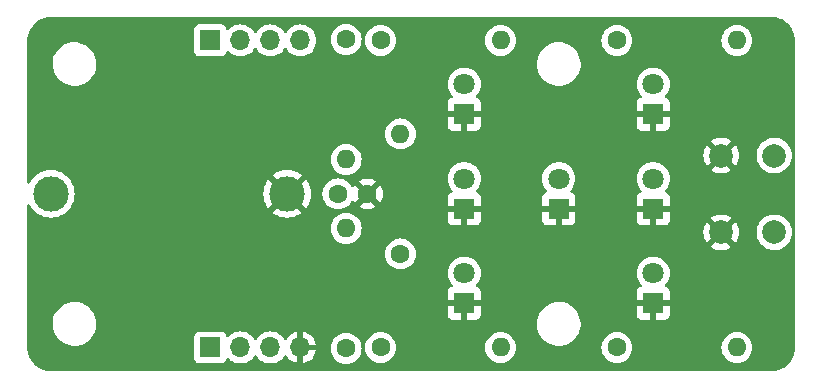
<source format=gbl>
%TF.GenerationSoftware,KiCad,Pcbnew,7.0.8*%
%TF.CreationDate,2023-11-06T17:26:59+01:00*%
%TF.ProjectId,EDice,45446963-652e-46b6-9963-61645f706362,rev?*%
%TF.SameCoordinates,Original*%
%TF.FileFunction,Copper,L2,Bot*%
%TF.FilePolarity,Positive*%
%FSLAX46Y46*%
G04 Gerber Fmt 4.6, Leading zero omitted, Abs format (unit mm)*
G04 Created by KiCad (PCBNEW 7.0.8) date 2023-11-06 17:26:59*
%MOMM*%
%LPD*%
G01*
G04 APERTURE LIST*
%TA.AperFunction,ComponentPad*%
%ADD10C,3.000000*%
%TD*%
%TA.AperFunction,ComponentPad*%
%ADD11R,1.800000X1.800000*%
%TD*%
%TA.AperFunction,ComponentPad*%
%ADD12C,1.800000*%
%TD*%
%TA.AperFunction,ComponentPad*%
%ADD13C,2.000000*%
%TD*%
%TA.AperFunction,ComponentPad*%
%ADD14C,1.600000*%
%TD*%
%TA.AperFunction,ComponentPad*%
%ADD15O,1.600000X1.600000*%
%TD*%
%TA.AperFunction,ComponentPad*%
%ADD16R,1.700000X1.700000*%
%TD*%
%TA.AperFunction,ComponentPad*%
%ADD17O,1.700000X1.700000*%
%TD*%
%TA.AperFunction,ViaPad*%
%ADD18C,1.300000*%
%TD*%
G04 APERTURE END LIST*
D10*
%TO.P,BT1,1,+*%
%TO.N,+BATT*%
X95000000Y-95000000D03*
%TO.P,BT1,2,-*%
%TO.N,GND*%
X115000000Y-95000000D03*
%TD*%
D11*
%TO.P,D3,1,K*%
%TO.N,GND*%
X130000000Y-96250000D03*
D12*
%TO.P,D3,2,A*%
%TO.N,Net-(D3-A)*%
X130000000Y-93710000D03*
%TD*%
D11*
%TO.P,D1,1,K*%
%TO.N,GND*%
X130000000Y-88250000D03*
D12*
%TO.P,D1,2,A*%
%TO.N,Net-(D1-A)*%
X130000000Y-85710000D03*
%TD*%
D13*
%TO.P,SW1,1,1*%
%TO.N,GND*%
X151750000Y-98250000D03*
X151750000Y-91750000D03*
%TO.P,SW1,2,2*%
%TO.N,/BTN*%
X156250000Y-98250000D03*
X156250000Y-91750000D03*
%TD*%
D11*
%TO.P,D4,1,K*%
%TO.N,GND*%
X138000000Y-96250000D03*
D12*
%TO.P,D4,2,A*%
%TO.N,Net-(D4-A)*%
X138000000Y-93710000D03*
%TD*%
D11*
%TO.P,D2,1,K*%
%TO.N,GND*%
X146000000Y-88250000D03*
D12*
%TO.P,D2,2,A*%
%TO.N,Net-(D2-A)*%
X146000000Y-85710000D03*
%TD*%
D14*
%TO.P,R1,1*%
%TO.N,/LED1*%
X122920000Y-82000000D03*
D15*
%TO.P,R1,2*%
%TO.N,Net-(D1-A)*%
X133080000Y-82000000D03*
%TD*%
D14*
%TO.P,R6,1*%
%TO.N,/LED6*%
X120000000Y-81920000D03*
D15*
%TO.P,R6,2*%
%TO.N,Net-(D6-A)*%
X120000000Y-92080000D03*
%TD*%
D14*
%TO.P,R7,1*%
%TO.N,/LED7*%
X142920000Y-108000000D03*
D15*
%TO.P,R7,2*%
%TO.N,Net-(D7-A)*%
X153080000Y-108000000D03*
%TD*%
D11*
%TO.P,D7,1,K*%
%TO.N,GND*%
X146000000Y-104250000D03*
D12*
%TO.P,D7,2,A*%
%TO.N,Net-(D7-A)*%
X146000000Y-101710000D03*
%TD*%
D14*
%TO.P,R4,1*%
%TO.N,/LED4*%
X124600000Y-100080000D03*
D15*
%TO.P,R4,2*%
%TO.N,Net-(D4-A)*%
X124600000Y-89920000D03*
%TD*%
D11*
%TO.P,D5,1,K*%
%TO.N,GND*%
X130000000Y-104250000D03*
D12*
%TO.P,D5,2,A*%
%TO.N,Net-(D5-A)*%
X130000000Y-101710000D03*
%TD*%
D14*
%TO.P,R2,1*%
%TO.N,/LED2*%
X142920000Y-82000000D03*
D15*
%TO.P,R2,2*%
%TO.N,Net-(D2-A)*%
X153080000Y-82000000D03*
%TD*%
D14*
%TO.P,R3,1*%
%TO.N,/LED3*%
X120000000Y-108080000D03*
D15*
%TO.P,R3,2*%
%TO.N,Net-(D3-A)*%
X120000000Y-97920000D03*
%TD*%
D14*
%TO.P,C1,1*%
%TO.N,+BATT*%
X119300000Y-95000000D03*
%TO.P,C1,2*%
%TO.N,GND*%
X121800000Y-95000000D03*
%TD*%
D11*
%TO.P,D6,1,K*%
%TO.N,GND*%
X146000000Y-96250000D03*
D12*
%TO.P,D6,2,A*%
%TO.N,Net-(D6-A)*%
X146000000Y-93710000D03*
%TD*%
D14*
%TO.P,R5,1*%
%TO.N,/LED5*%
X122920000Y-108000000D03*
D15*
%TO.P,R5,2*%
%TO.N,Net-(D5-A)*%
X133080000Y-108000000D03*
%TD*%
D16*
%TO.P,J2,1,Pin_1*%
%TO.N,/PA5*%
X108500000Y-82000000D03*
D17*
%TO.P,J2,2,Pin_2*%
%TO.N,/PA6*%
X111040000Y-82000000D03*
%TO.P,J2,3,Pin_3*%
%TO.N,/PA7*%
X113580000Y-82000000D03*
%TO.P,J2,4,Pin_4*%
%TO.N,+BATT*%
X116120000Y-82000000D03*
%TD*%
D16*
%TO.P,J3,1,Pin_1*%
%TO.N,/PA3*%
X108500000Y-108000000D03*
D17*
%TO.P,J3,2,Pin_2*%
%TO.N,/PA4*%
X111040000Y-108000000D03*
%TO.P,J3,3,Pin_3*%
%TO.N,/PA0*%
X113580000Y-108000000D03*
%TO.P,J3,4,Pin_4*%
%TO.N,GND*%
X116120000Y-108000000D03*
%TD*%
D18*
%TO.N,GND*%
X106400000Y-100000000D03*
%TD*%
%TA.AperFunction,Conductor*%
%TO.N,GND*%
G36*
X156002019Y-80000633D02*
G01*
X156037198Y-80002938D01*
X156083708Y-80005986D01*
X156265459Y-80018985D01*
X156273100Y-80020015D01*
X156366738Y-80038641D01*
X156389420Y-80043153D01*
X156415023Y-80048722D01*
X156533666Y-80074531D01*
X156540383Y-80076395D01*
X156659437Y-80116809D01*
X156756671Y-80153076D01*
X156791741Y-80166157D01*
X156797499Y-80168643D01*
X156912952Y-80225578D01*
X157034906Y-80292170D01*
X157039634Y-80295032D01*
X157096571Y-80333076D01*
X157146649Y-80366537D01*
X157149358Y-80368454D01*
X157258652Y-80450271D01*
X157262345Y-80453265D01*
X157359502Y-80538469D01*
X157362448Y-80541228D01*
X157458769Y-80637549D01*
X157461526Y-80640492D01*
X157546729Y-80737648D01*
X157549732Y-80741353D01*
X157601564Y-80810592D01*
X157631543Y-80850639D01*
X157633461Y-80853349D01*
X157704962Y-80960357D01*
X157707828Y-80965091D01*
X157774421Y-81087047D01*
X157831355Y-81202499D01*
X157833841Y-81208257D01*
X157855852Y-81267267D01*
X157883196Y-81340578D01*
X157912831Y-81427881D01*
X157923597Y-81459596D01*
X157925472Y-81466352D01*
X157956846Y-81610579D01*
X157979980Y-81726880D01*
X157981015Y-81734560D01*
X157994017Y-81916350D01*
X157999367Y-81997966D01*
X157999500Y-82002023D01*
X157999500Y-91694872D01*
X157982467Y-91752877D01*
X157996956Y-91780136D01*
X157999500Y-91805127D01*
X157999500Y-98194872D01*
X157982467Y-98252877D01*
X157996956Y-98280136D01*
X157999500Y-98305127D01*
X157999500Y-107997975D01*
X157999367Y-108002032D01*
X157994017Y-108083648D01*
X157981015Y-108265438D01*
X157979980Y-108273118D01*
X157956846Y-108389420D01*
X157925472Y-108533646D01*
X157923597Y-108540401D01*
X157891626Y-108634587D01*
X157883208Y-108659388D01*
X157883195Y-108659425D01*
X157833841Y-108791741D01*
X157831355Y-108797499D01*
X157774421Y-108912952D01*
X157707828Y-109034907D01*
X157704961Y-109039641D01*
X157633461Y-109146649D01*
X157631543Y-109149359D01*
X157549744Y-109258631D01*
X157546723Y-109262357D01*
X157461529Y-109359502D01*
X157458755Y-109362464D01*
X157362464Y-109458755D01*
X157359502Y-109461529D01*
X157262357Y-109546723D01*
X157258631Y-109549744D01*
X157149359Y-109631543D01*
X157146649Y-109633461D01*
X157039641Y-109704961D01*
X157034907Y-109707828D01*
X156912952Y-109774421D01*
X156797499Y-109831355D01*
X156791741Y-109833841D01*
X156670956Y-109878893D01*
X156659418Y-109883197D01*
X156540401Y-109923597D01*
X156533646Y-109925472D01*
X156389420Y-109956846D01*
X156273118Y-109979980D01*
X156265438Y-109981015D01*
X156083648Y-109994017D01*
X156032582Y-109997364D01*
X156002025Y-109999367D01*
X155997976Y-109999500D01*
X95002024Y-109999500D01*
X94997974Y-109999367D01*
X94959954Y-109996875D01*
X94916350Y-109994017D01*
X94734560Y-109981015D01*
X94726880Y-109979980D01*
X94610579Y-109956846D01*
X94466352Y-109925472D01*
X94459596Y-109923597D01*
X94427881Y-109912831D01*
X94340578Y-109883196D01*
X94305768Y-109870212D01*
X94208257Y-109833841D01*
X94202499Y-109831355D01*
X94087047Y-109774421D01*
X93965091Y-109707828D01*
X93960357Y-109704962D01*
X93853349Y-109633461D01*
X93850639Y-109631543D01*
X93810592Y-109601564D01*
X93741353Y-109549732D01*
X93737648Y-109546729D01*
X93640492Y-109461526D01*
X93637549Y-109458769D01*
X93541228Y-109362448D01*
X93538469Y-109359502D01*
X93535099Y-109355659D01*
X93453265Y-109262345D01*
X93450271Y-109258652D01*
X93368454Y-109149358D01*
X93366537Y-109146649D01*
X93344590Y-109113803D01*
X93295032Y-109039634D01*
X93292170Y-109034906D01*
X93225578Y-108912952D01*
X93218140Y-108897870D01*
X107149500Y-108897870D01*
X107149501Y-108897876D01*
X107155908Y-108957483D01*
X107206202Y-109092328D01*
X107206206Y-109092335D01*
X107292452Y-109207544D01*
X107292455Y-109207547D01*
X107407664Y-109293793D01*
X107407671Y-109293797D01*
X107542517Y-109344091D01*
X107542516Y-109344091D01*
X107549444Y-109344835D01*
X107602127Y-109350500D01*
X109397872Y-109350499D01*
X109457483Y-109344091D01*
X109592331Y-109293796D01*
X109707546Y-109207546D01*
X109793796Y-109092331D01*
X109842810Y-108960916D01*
X109884681Y-108904984D01*
X109950145Y-108880566D01*
X110018418Y-108895417D01*
X110046673Y-108916569D01*
X110168599Y-109038495D01*
X110265384Y-109106265D01*
X110362165Y-109174032D01*
X110362167Y-109174033D01*
X110362170Y-109174035D01*
X110576337Y-109273903D01*
X110804592Y-109335063D01*
X110981034Y-109350500D01*
X111039999Y-109355659D01*
X111040000Y-109355659D01*
X111040001Y-109355659D01*
X111098966Y-109350500D01*
X111275408Y-109335063D01*
X111503663Y-109273903D01*
X111717830Y-109174035D01*
X111911401Y-109038495D01*
X112078495Y-108871401D01*
X112208425Y-108685842D01*
X112263002Y-108642217D01*
X112332500Y-108635023D01*
X112394855Y-108666546D01*
X112411575Y-108685842D01*
X112541281Y-108871082D01*
X112541505Y-108871401D01*
X112708599Y-109038495D01*
X112805384Y-109106265D01*
X112902165Y-109174032D01*
X112902167Y-109174033D01*
X112902170Y-109174035D01*
X113116337Y-109273903D01*
X113344592Y-109335063D01*
X113521034Y-109350500D01*
X113579999Y-109355659D01*
X113580000Y-109355659D01*
X113580001Y-109355659D01*
X113638966Y-109350500D01*
X113815408Y-109335063D01*
X114043663Y-109273903D01*
X114257830Y-109174035D01*
X114451401Y-109038495D01*
X114618495Y-108871401D01*
X114748730Y-108685405D01*
X114803307Y-108641781D01*
X114872805Y-108634587D01*
X114935160Y-108666110D01*
X114951879Y-108685405D01*
X115081890Y-108871078D01*
X115248917Y-109038105D01*
X115442421Y-109173600D01*
X115656507Y-109273429D01*
X115656516Y-109273433D01*
X115870000Y-109330634D01*
X115870000Y-108435501D01*
X115977685Y-108484680D01*
X116084237Y-108500000D01*
X116155763Y-108500000D01*
X116262315Y-108484680D01*
X116370000Y-108435501D01*
X116370000Y-109330633D01*
X116583483Y-109273433D01*
X116583492Y-109273429D01*
X116797578Y-109173600D01*
X116991082Y-109038105D01*
X117158105Y-108871082D01*
X117293600Y-108677578D01*
X117393429Y-108463492D01*
X117393432Y-108463486D01*
X117450636Y-108250000D01*
X116553686Y-108250000D01*
X116579493Y-108209844D01*
X116617618Y-108080001D01*
X118694532Y-108080001D01*
X118714364Y-108306686D01*
X118714366Y-108306697D01*
X118773258Y-108526488D01*
X118773261Y-108526497D01*
X118869431Y-108732732D01*
X118869432Y-108732734D01*
X118999954Y-108919141D01*
X119160858Y-109080045D01*
X119178410Y-109092335D01*
X119347266Y-109210568D01*
X119553504Y-109306739D01*
X119773308Y-109365635D01*
X119935230Y-109379801D01*
X119999998Y-109385468D01*
X120000000Y-109385468D01*
X120000002Y-109385468D01*
X120056673Y-109380509D01*
X120226692Y-109365635D01*
X120446496Y-109306739D01*
X120652734Y-109210568D01*
X120839139Y-109080047D01*
X121000047Y-108919139D01*
X121130568Y-108732734D01*
X121226739Y-108526496D01*
X121285635Y-108306692D01*
X121305149Y-108083648D01*
X121305468Y-108080001D01*
X121305468Y-108079998D01*
X121298469Y-108000001D01*
X121614532Y-108000001D01*
X121634364Y-108226686D01*
X121634366Y-108226697D01*
X121693258Y-108446488D01*
X121693261Y-108446497D01*
X121789431Y-108652732D01*
X121789432Y-108652734D01*
X121919954Y-108839141D01*
X122080858Y-109000045D01*
X122080861Y-109000047D01*
X122267266Y-109130568D01*
X122473504Y-109226739D01*
X122693308Y-109285635D01*
X122855230Y-109299801D01*
X122919998Y-109305468D01*
X122920000Y-109305468D01*
X122920002Y-109305468D01*
X122976673Y-109300509D01*
X123146692Y-109285635D01*
X123366496Y-109226739D01*
X123572734Y-109130568D01*
X123759139Y-109000047D01*
X123920047Y-108839139D01*
X124050568Y-108652734D01*
X124146739Y-108446496D01*
X124205635Y-108226692D01*
X124225468Y-108000001D01*
X131774532Y-108000001D01*
X131794364Y-108226686D01*
X131794366Y-108226697D01*
X131853258Y-108446488D01*
X131853261Y-108446497D01*
X131949431Y-108652732D01*
X131949432Y-108652734D01*
X132079954Y-108839141D01*
X132240858Y-109000045D01*
X132240861Y-109000047D01*
X132427266Y-109130568D01*
X132633504Y-109226739D01*
X132853308Y-109285635D01*
X133015230Y-109299801D01*
X133079998Y-109305468D01*
X133080000Y-109305468D01*
X133080002Y-109305468D01*
X133136673Y-109300509D01*
X133306692Y-109285635D01*
X133526496Y-109226739D01*
X133732734Y-109130568D01*
X133919139Y-109000047D01*
X134080047Y-108839139D01*
X134210568Y-108652734D01*
X134306739Y-108446496D01*
X134365635Y-108226692D01*
X134385468Y-108000001D01*
X141614532Y-108000001D01*
X141634364Y-108226686D01*
X141634366Y-108226697D01*
X141693258Y-108446488D01*
X141693261Y-108446497D01*
X141789431Y-108652732D01*
X141789432Y-108652734D01*
X141919954Y-108839141D01*
X142080858Y-109000045D01*
X142080861Y-109000047D01*
X142267266Y-109130568D01*
X142473504Y-109226739D01*
X142693308Y-109285635D01*
X142855230Y-109299801D01*
X142919998Y-109305468D01*
X142920000Y-109305468D01*
X142920002Y-109305468D01*
X142976673Y-109300509D01*
X143146692Y-109285635D01*
X143366496Y-109226739D01*
X143572734Y-109130568D01*
X143759139Y-109000047D01*
X143920047Y-108839139D01*
X144050568Y-108652734D01*
X144146739Y-108446496D01*
X144205635Y-108226692D01*
X144225468Y-108000001D01*
X151774532Y-108000001D01*
X151794364Y-108226686D01*
X151794366Y-108226697D01*
X151853258Y-108446488D01*
X151853261Y-108446497D01*
X151949431Y-108652732D01*
X151949432Y-108652734D01*
X152079954Y-108839141D01*
X152240858Y-109000045D01*
X152240861Y-109000047D01*
X152427266Y-109130568D01*
X152633504Y-109226739D01*
X152853308Y-109285635D01*
X153015230Y-109299801D01*
X153079998Y-109305468D01*
X153080000Y-109305468D01*
X153080002Y-109305468D01*
X153136673Y-109300509D01*
X153306692Y-109285635D01*
X153526496Y-109226739D01*
X153732734Y-109130568D01*
X153919139Y-109000047D01*
X154080047Y-108839139D01*
X154210568Y-108652734D01*
X154306739Y-108446496D01*
X154365635Y-108226692D01*
X154385468Y-108000000D01*
X154365635Y-107773308D01*
X154306739Y-107553504D01*
X154210568Y-107347266D01*
X154080047Y-107160861D01*
X154080045Y-107160858D01*
X153919141Y-106999954D01*
X153732734Y-106869432D01*
X153732732Y-106869431D01*
X153526497Y-106773261D01*
X153526488Y-106773258D01*
X153306697Y-106714366D01*
X153306693Y-106714365D01*
X153306692Y-106714365D01*
X153306691Y-106714364D01*
X153306686Y-106714364D01*
X153080002Y-106694532D01*
X153079998Y-106694532D01*
X152853313Y-106714364D01*
X152853302Y-106714366D01*
X152633511Y-106773258D01*
X152633502Y-106773261D01*
X152427267Y-106869431D01*
X152427265Y-106869432D01*
X152240858Y-106999954D01*
X152079954Y-107160858D01*
X151949432Y-107347265D01*
X151949431Y-107347267D01*
X151853261Y-107553502D01*
X151853258Y-107553511D01*
X151794366Y-107773302D01*
X151794364Y-107773313D01*
X151774532Y-107999998D01*
X151774532Y-108000001D01*
X144225468Y-108000001D01*
X144225468Y-108000000D01*
X144205635Y-107773308D01*
X144146739Y-107553504D01*
X144050568Y-107347266D01*
X143920047Y-107160861D01*
X143920045Y-107160858D01*
X143759141Y-106999954D01*
X143572734Y-106869432D01*
X143572732Y-106869431D01*
X143366497Y-106773261D01*
X143366488Y-106773258D01*
X143146697Y-106714366D01*
X143146693Y-106714365D01*
X143146692Y-106714365D01*
X143146691Y-106714364D01*
X143146686Y-106714364D01*
X142920002Y-106694532D01*
X142919998Y-106694532D01*
X142693313Y-106714364D01*
X142693302Y-106714366D01*
X142473511Y-106773258D01*
X142473502Y-106773261D01*
X142267267Y-106869431D01*
X142267265Y-106869432D01*
X142080858Y-106999954D01*
X141919954Y-107160858D01*
X141789432Y-107347265D01*
X141789431Y-107347267D01*
X141693261Y-107553502D01*
X141693258Y-107553511D01*
X141634366Y-107773302D01*
X141634364Y-107773313D01*
X141614532Y-107999998D01*
X141614532Y-108000001D01*
X134385468Y-108000001D01*
X134385468Y-108000000D01*
X134365635Y-107773308D01*
X134306739Y-107553504D01*
X134210568Y-107347266D01*
X134080047Y-107160861D01*
X134080045Y-107160858D01*
X133919141Y-106999954D01*
X133732734Y-106869432D01*
X133732732Y-106869431D01*
X133526497Y-106773261D01*
X133526488Y-106773258D01*
X133306697Y-106714366D01*
X133306693Y-106714365D01*
X133306692Y-106714365D01*
X133306691Y-106714364D01*
X133306686Y-106714364D01*
X133080002Y-106694532D01*
X133079998Y-106694532D01*
X132853313Y-106714364D01*
X132853302Y-106714366D01*
X132633511Y-106773258D01*
X132633502Y-106773261D01*
X132427267Y-106869431D01*
X132427265Y-106869432D01*
X132240858Y-106999954D01*
X132079954Y-107160858D01*
X131949432Y-107347265D01*
X131949431Y-107347267D01*
X131853261Y-107553502D01*
X131853258Y-107553511D01*
X131794366Y-107773302D01*
X131794364Y-107773313D01*
X131774532Y-107999998D01*
X131774532Y-108000001D01*
X124225468Y-108000001D01*
X124225468Y-108000000D01*
X124205635Y-107773308D01*
X124146739Y-107553504D01*
X124050568Y-107347266D01*
X123920047Y-107160861D01*
X123920045Y-107160858D01*
X123759141Y-106999954D01*
X123572734Y-106869432D01*
X123572732Y-106869431D01*
X123366497Y-106773261D01*
X123366488Y-106773258D01*
X123146697Y-106714366D01*
X123146693Y-106714365D01*
X123146692Y-106714365D01*
X123146691Y-106714364D01*
X123146686Y-106714364D01*
X122920002Y-106694532D01*
X122919998Y-106694532D01*
X122693313Y-106714364D01*
X122693302Y-106714366D01*
X122473511Y-106773258D01*
X122473502Y-106773261D01*
X122267267Y-106869431D01*
X122267265Y-106869432D01*
X122080858Y-106999954D01*
X121919954Y-107160858D01*
X121789432Y-107347265D01*
X121789431Y-107347267D01*
X121693261Y-107553502D01*
X121693258Y-107553511D01*
X121634366Y-107773302D01*
X121634364Y-107773313D01*
X121614532Y-107999998D01*
X121614532Y-108000001D01*
X121298469Y-108000001D01*
X121285635Y-107853313D01*
X121285635Y-107853308D01*
X121226739Y-107633504D01*
X121130568Y-107427266D01*
X121000047Y-107240861D01*
X121000045Y-107240858D01*
X120839141Y-107079954D01*
X120652734Y-106949432D01*
X120652732Y-106949431D01*
X120446497Y-106853261D01*
X120446488Y-106853258D01*
X120226697Y-106794366D01*
X120226693Y-106794365D01*
X120226692Y-106794365D01*
X120226691Y-106794364D01*
X120226686Y-106794364D01*
X120000002Y-106774532D01*
X119999998Y-106774532D01*
X119773313Y-106794364D01*
X119773302Y-106794366D01*
X119553511Y-106853258D01*
X119553502Y-106853261D01*
X119347267Y-106949431D01*
X119347265Y-106949432D01*
X119160858Y-107079954D01*
X118999954Y-107240858D01*
X118869432Y-107427265D01*
X118869431Y-107427267D01*
X118773261Y-107633502D01*
X118773258Y-107633511D01*
X118714366Y-107853302D01*
X118714364Y-107853313D01*
X118694532Y-108079998D01*
X118694532Y-108080001D01*
X116617618Y-108080001D01*
X116620000Y-108071889D01*
X116620000Y-107928111D01*
X116579493Y-107790156D01*
X116553686Y-107750000D01*
X117450636Y-107750000D01*
X117450635Y-107749999D01*
X117393432Y-107536513D01*
X117393429Y-107536507D01*
X117293600Y-107322422D01*
X117293599Y-107322420D01*
X117158113Y-107128926D01*
X117158108Y-107128920D01*
X116991082Y-106961894D01*
X116797578Y-106826399D01*
X116583492Y-106726570D01*
X116583486Y-106726567D01*
X116370000Y-106669364D01*
X116370000Y-107564498D01*
X116262315Y-107515320D01*
X116155763Y-107500000D01*
X116084237Y-107500000D01*
X115977685Y-107515320D01*
X115870000Y-107564498D01*
X115870000Y-106669364D01*
X115869999Y-106669364D01*
X115656513Y-106726567D01*
X115656507Y-106726570D01*
X115442422Y-106826399D01*
X115442420Y-106826400D01*
X115248926Y-106961886D01*
X115248920Y-106961891D01*
X115081891Y-107128920D01*
X115081890Y-107128922D01*
X114951880Y-107314595D01*
X114897303Y-107358219D01*
X114827804Y-107365412D01*
X114765450Y-107333890D01*
X114748730Y-107314594D01*
X114618494Y-107128597D01*
X114451402Y-106961506D01*
X114451395Y-106961501D01*
X114434157Y-106949431D01*
X114374518Y-106907671D01*
X114257834Y-106825967D01*
X114257830Y-106825965D01*
X114190066Y-106794366D01*
X114043663Y-106726097D01*
X114043659Y-106726096D01*
X114043655Y-106726094D01*
X113815413Y-106664938D01*
X113815403Y-106664936D01*
X113580001Y-106644341D01*
X113579999Y-106644341D01*
X113344596Y-106664936D01*
X113344586Y-106664938D01*
X113116344Y-106726094D01*
X113116335Y-106726098D01*
X112902171Y-106825964D01*
X112902169Y-106825965D01*
X112708597Y-106961505D01*
X112541505Y-107128597D01*
X112411575Y-107314158D01*
X112356998Y-107357783D01*
X112287500Y-107364977D01*
X112225145Y-107333454D01*
X112208425Y-107314158D01*
X112078494Y-107128597D01*
X111911402Y-106961506D01*
X111911395Y-106961501D01*
X111894157Y-106949431D01*
X111834518Y-106907671D01*
X111717834Y-106825967D01*
X111717830Y-106825965D01*
X111650066Y-106794366D01*
X111503663Y-106726097D01*
X111503659Y-106726096D01*
X111503655Y-106726094D01*
X111275413Y-106664938D01*
X111275403Y-106664936D01*
X111040001Y-106644341D01*
X111039999Y-106644341D01*
X110804596Y-106664936D01*
X110804586Y-106664938D01*
X110576344Y-106726094D01*
X110576335Y-106726098D01*
X110362171Y-106825964D01*
X110362169Y-106825965D01*
X110168600Y-106961503D01*
X110046673Y-107083430D01*
X109985350Y-107116914D01*
X109915658Y-107111930D01*
X109859725Y-107070058D01*
X109842810Y-107039081D01*
X109793797Y-106907671D01*
X109793793Y-106907664D01*
X109707547Y-106792455D01*
X109707544Y-106792452D01*
X109592335Y-106706206D01*
X109592328Y-106706202D01*
X109457482Y-106655908D01*
X109457483Y-106655908D01*
X109397883Y-106649501D01*
X109397881Y-106649500D01*
X109397873Y-106649500D01*
X109397864Y-106649500D01*
X107602129Y-106649500D01*
X107602123Y-106649501D01*
X107542516Y-106655908D01*
X107407671Y-106706202D01*
X107407664Y-106706206D01*
X107292455Y-106792452D01*
X107292452Y-106792455D01*
X107206206Y-106907664D01*
X107206202Y-106907671D01*
X107155908Y-107042517D01*
X107149501Y-107102116D01*
X107149500Y-107102135D01*
X107149500Y-108897870D01*
X93218140Y-108897870D01*
X93168643Y-108797499D01*
X93166157Y-108791741D01*
X93144147Y-108732732D01*
X93116805Y-108659425D01*
X93076395Y-108540383D01*
X93074531Y-108533666D01*
X93043153Y-108389420D01*
X93031492Y-108330798D01*
X93020015Y-108273100D01*
X93018985Y-108265459D01*
X93005986Y-108083708D01*
X93002938Y-108037198D01*
X93000633Y-108002019D01*
X93000500Y-107997964D01*
X93000500Y-106067763D01*
X95145787Y-106067763D01*
X95175413Y-106337013D01*
X95175415Y-106337024D01*
X95243926Y-106599082D01*
X95243928Y-106599088D01*
X95349870Y-106848390D01*
X95490979Y-107079605D01*
X95490986Y-107079615D01*
X95664253Y-107287819D01*
X95664259Y-107287824D01*
X95750853Y-107365412D01*
X95865998Y-107468582D01*
X96091910Y-107618044D01*
X96337176Y-107733020D01*
X96337183Y-107733022D01*
X96337185Y-107733023D01*
X96596557Y-107811057D01*
X96596564Y-107811058D01*
X96596569Y-107811060D01*
X96864561Y-107850500D01*
X96864566Y-107850500D01*
X97067636Y-107850500D01*
X97119133Y-107846730D01*
X97270156Y-107835677D01*
X97382758Y-107810593D01*
X97534546Y-107776782D01*
X97534548Y-107776781D01*
X97534553Y-107776780D01*
X97787558Y-107680014D01*
X98023777Y-107547441D01*
X98238177Y-107381888D01*
X98426186Y-107186881D01*
X98583799Y-106966579D01*
X98682537Y-106774532D01*
X98707649Y-106725690D01*
X98707651Y-106725684D01*
X98707656Y-106725675D01*
X98795118Y-106469305D01*
X98844319Y-106202933D01*
X98849259Y-106067763D01*
X136145787Y-106067763D01*
X136175413Y-106337013D01*
X136175415Y-106337024D01*
X136243926Y-106599082D01*
X136243928Y-106599088D01*
X136349870Y-106848390D01*
X136490979Y-107079605D01*
X136490986Y-107079615D01*
X136664253Y-107287819D01*
X136664259Y-107287824D01*
X136750853Y-107365412D01*
X136865998Y-107468582D01*
X137091910Y-107618044D01*
X137337176Y-107733020D01*
X137337183Y-107733022D01*
X137337185Y-107733023D01*
X137596557Y-107811057D01*
X137596564Y-107811058D01*
X137596569Y-107811060D01*
X137864561Y-107850500D01*
X137864566Y-107850500D01*
X138067636Y-107850500D01*
X138119133Y-107846730D01*
X138270156Y-107835677D01*
X138382758Y-107810593D01*
X138534546Y-107776782D01*
X138534548Y-107776781D01*
X138534553Y-107776780D01*
X138787558Y-107680014D01*
X139023777Y-107547441D01*
X139238177Y-107381888D01*
X139426186Y-107186881D01*
X139583799Y-106966579D01*
X139682537Y-106774532D01*
X139707649Y-106725690D01*
X139707651Y-106725684D01*
X139707656Y-106725675D01*
X139795118Y-106469305D01*
X139844319Y-106202933D01*
X139854212Y-105932235D01*
X139824586Y-105662982D01*
X139756072Y-105400912D01*
X139650130Y-105151610D01*
X139509018Y-104920390D01*
X139419747Y-104813119D01*
X139335746Y-104712180D01*
X139335740Y-104712175D01*
X139134002Y-104531418D01*
X138908092Y-104381957D01*
X138842620Y-104351265D01*
X138662824Y-104266980D01*
X138662819Y-104266978D01*
X138662814Y-104266976D01*
X138403442Y-104188942D01*
X138403428Y-104188939D01*
X138287791Y-104171921D01*
X138135439Y-104149500D01*
X137932369Y-104149500D01*
X137932364Y-104149500D01*
X137729844Y-104164323D01*
X137729831Y-104164325D01*
X137465453Y-104223217D01*
X137465446Y-104223220D01*
X137212439Y-104319987D01*
X136976226Y-104452557D01*
X136761822Y-104618112D01*
X136573822Y-104813109D01*
X136573816Y-104813116D01*
X136416202Y-105033419D01*
X136416199Y-105033424D01*
X136292350Y-105274309D01*
X136292343Y-105274327D01*
X136204884Y-105530685D01*
X136204881Y-105530699D01*
X136155681Y-105797068D01*
X136155680Y-105797075D01*
X136145787Y-106067763D01*
X98849259Y-106067763D01*
X98854212Y-105932235D01*
X98824586Y-105662982D01*
X98756072Y-105400912D01*
X98650130Y-105151610D01*
X98509018Y-104920390D01*
X98419747Y-104813119D01*
X98335746Y-104712180D01*
X98335740Y-104712175D01*
X98134002Y-104531418D01*
X97908092Y-104381957D01*
X97842620Y-104351265D01*
X97662824Y-104266980D01*
X97662819Y-104266978D01*
X97662814Y-104266976D01*
X97403442Y-104188942D01*
X97403428Y-104188939D01*
X97287791Y-104171921D01*
X97135439Y-104149500D01*
X96932369Y-104149500D01*
X96932364Y-104149500D01*
X96729844Y-104164323D01*
X96729831Y-104164325D01*
X96465453Y-104223217D01*
X96465446Y-104223220D01*
X96212439Y-104319987D01*
X95976226Y-104452557D01*
X95761822Y-104618112D01*
X95573822Y-104813109D01*
X95573816Y-104813116D01*
X95416202Y-105033419D01*
X95416199Y-105033424D01*
X95292350Y-105274309D01*
X95292343Y-105274327D01*
X95204884Y-105530685D01*
X95204881Y-105530699D01*
X95155681Y-105797068D01*
X95155680Y-105797075D01*
X95145787Y-106067763D01*
X93000500Y-106067763D01*
X93000500Y-101710006D01*
X128594700Y-101710006D01*
X128613864Y-101941297D01*
X128613866Y-101941308D01*
X128670842Y-102166300D01*
X128764075Y-102378848D01*
X128891018Y-102573150D01*
X128986167Y-102676510D01*
X129017089Y-102739164D01*
X129009228Y-102808590D01*
X128965081Y-102862746D01*
X128938271Y-102876674D01*
X128857911Y-102906646D01*
X128857906Y-102906649D01*
X128742812Y-102992809D01*
X128742809Y-102992812D01*
X128656649Y-103107906D01*
X128656645Y-103107913D01*
X128606403Y-103242620D01*
X128606401Y-103242627D01*
X128600000Y-103302155D01*
X128600000Y-104000000D01*
X129624722Y-104000000D01*
X129576375Y-104083740D01*
X129546190Y-104215992D01*
X129556327Y-104351265D01*
X129605887Y-104477541D01*
X129623797Y-104500000D01*
X128600000Y-104500000D01*
X128600000Y-105197844D01*
X128606401Y-105257372D01*
X128606403Y-105257379D01*
X128656645Y-105392086D01*
X128656649Y-105392093D01*
X128742809Y-105507187D01*
X128742812Y-105507190D01*
X128857906Y-105593350D01*
X128857913Y-105593354D01*
X128992620Y-105643596D01*
X128992627Y-105643598D01*
X129052155Y-105649999D01*
X129052172Y-105650000D01*
X129750000Y-105650000D01*
X129750000Y-104624189D01*
X129802547Y-104660016D01*
X129932173Y-104700000D01*
X130033724Y-104700000D01*
X130134138Y-104684865D01*
X130250000Y-104629068D01*
X130250000Y-105650000D01*
X130947828Y-105650000D01*
X130947844Y-105649999D01*
X131007372Y-105643598D01*
X131007379Y-105643596D01*
X131142086Y-105593354D01*
X131142093Y-105593350D01*
X131257187Y-105507190D01*
X131257190Y-105507187D01*
X131343350Y-105392093D01*
X131343354Y-105392086D01*
X131393596Y-105257379D01*
X131393598Y-105257372D01*
X131399999Y-105197844D01*
X131400000Y-105197827D01*
X131400000Y-104500000D01*
X130375278Y-104500000D01*
X130423625Y-104416260D01*
X130453810Y-104284008D01*
X130443673Y-104148735D01*
X130394113Y-104022459D01*
X130376203Y-104000000D01*
X131400000Y-104000000D01*
X131400000Y-103302172D01*
X131399999Y-103302155D01*
X131393598Y-103242627D01*
X131393596Y-103242620D01*
X131343354Y-103107913D01*
X131343350Y-103107906D01*
X131257190Y-102992812D01*
X131257187Y-102992809D01*
X131142093Y-102906649D01*
X131142086Y-102906645D01*
X131061729Y-102876674D01*
X131005795Y-102834803D01*
X130981378Y-102769338D01*
X130996230Y-102701065D01*
X131013826Y-102676516D01*
X131108979Y-102573153D01*
X131235924Y-102378849D01*
X131329157Y-102166300D01*
X131386134Y-101941305D01*
X131405300Y-101710006D01*
X144594700Y-101710006D01*
X144613864Y-101941297D01*
X144613866Y-101941308D01*
X144670842Y-102166300D01*
X144764075Y-102378848D01*
X144891018Y-102573150D01*
X144986167Y-102676510D01*
X145017089Y-102739164D01*
X145009228Y-102808590D01*
X144965081Y-102862746D01*
X144938271Y-102876674D01*
X144857911Y-102906646D01*
X144857906Y-102906649D01*
X144742812Y-102992809D01*
X144742809Y-102992812D01*
X144656649Y-103107906D01*
X144656645Y-103107913D01*
X144606403Y-103242620D01*
X144606401Y-103242627D01*
X144600000Y-103302155D01*
X144600000Y-104000000D01*
X145624722Y-104000000D01*
X145576375Y-104083740D01*
X145546190Y-104215992D01*
X145556327Y-104351265D01*
X145605887Y-104477541D01*
X145623797Y-104500000D01*
X144600000Y-104500000D01*
X144600000Y-105197844D01*
X144606401Y-105257372D01*
X144606403Y-105257379D01*
X144656645Y-105392086D01*
X144656649Y-105392093D01*
X144742809Y-105507187D01*
X144742812Y-105507190D01*
X144857906Y-105593350D01*
X144857913Y-105593354D01*
X144992620Y-105643596D01*
X144992627Y-105643598D01*
X145052155Y-105649999D01*
X145052172Y-105650000D01*
X145750000Y-105650000D01*
X145750000Y-104624189D01*
X145802547Y-104660016D01*
X145932173Y-104700000D01*
X146033724Y-104700000D01*
X146134138Y-104684865D01*
X146250000Y-104629068D01*
X146250000Y-105650000D01*
X146947828Y-105650000D01*
X146947844Y-105649999D01*
X147007372Y-105643598D01*
X147007379Y-105643596D01*
X147142086Y-105593354D01*
X147142093Y-105593350D01*
X147257187Y-105507190D01*
X147257190Y-105507187D01*
X147343350Y-105392093D01*
X147343354Y-105392086D01*
X147393596Y-105257379D01*
X147393598Y-105257372D01*
X147399999Y-105197844D01*
X147400000Y-105197827D01*
X147400000Y-104500000D01*
X146375278Y-104500000D01*
X146423625Y-104416260D01*
X146453810Y-104284008D01*
X146443673Y-104148735D01*
X146394113Y-104022459D01*
X146376203Y-104000000D01*
X147400000Y-104000000D01*
X147400000Y-103302172D01*
X147399999Y-103302155D01*
X147393598Y-103242627D01*
X147393596Y-103242620D01*
X147343354Y-103107913D01*
X147343350Y-103107906D01*
X147257190Y-102992812D01*
X147257187Y-102992809D01*
X147142093Y-102906649D01*
X147142086Y-102906645D01*
X147061729Y-102876674D01*
X147005795Y-102834803D01*
X146981378Y-102769338D01*
X146996230Y-102701065D01*
X147013826Y-102676516D01*
X147108979Y-102573153D01*
X147235924Y-102378849D01*
X147329157Y-102166300D01*
X147386134Y-101941305D01*
X147405300Y-101710000D01*
X147405300Y-101709993D01*
X147386135Y-101478702D01*
X147386133Y-101478691D01*
X147329157Y-101253699D01*
X147235924Y-101041151D01*
X147108983Y-100846852D01*
X147108980Y-100846849D01*
X147108979Y-100846847D01*
X146951784Y-100676087D01*
X146951779Y-100676083D01*
X146951777Y-100676081D01*
X146768634Y-100533535D01*
X146768628Y-100533531D01*
X146564504Y-100423064D01*
X146564495Y-100423061D01*
X146344984Y-100347702D01*
X146173282Y-100319050D01*
X146116049Y-100309500D01*
X145883951Y-100309500D01*
X145838164Y-100317140D01*
X145655015Y-100347702D01*
X145435504Y-100423061D01*
X145435495Y-100423064D01*
X145231371Y-100533531D01*
X145231365Y-100533535D01*
X145048222Y-100676081D01*
X145048219Y-100676084D01*
X144891016Y-100846852D01*
X144764075Y-101041151D01*
X144670842Y-101253699D01*
X144613866Y-101478691D01*
X144613864Y-101478702D01*
X144594700Y-101709993D01*
X144594700Y-101710006D01*
X131405300Y-101710006D01*
X131405300Y-101710000D01*
X131405300Y-101709993D01*
X131386135Y-101478702D01*
X131386133Y-101478691D01*
X131329157Y-101253699D01*
X131235924Y-101041151D01*
X131108983Y-100846852D01*
X131108980Y-100846849D01*
X131108979Y-100846847D01*
X130951784Y-100676087D01*
X130951779Y-100676083D01*
X130951777Y-100676081D01*
X130768634Y-100533535D01*
X130768628Y-100533531D01*
X130564504Y-100423064D01*
X130564495Y-100423061D01*
X130344984Y-100347702D01*
X130173282Y-100319050D01*
X130116049Y-100309500D01*
X129883951Y-100309500D01*
X129838164Y-100317140D01*
X129655015Y-100347702D01*
X129435504Y-100423061D01*
X129435495Y-100423064D01*
X129231371Y-100533531D01*
X129231365Y-100533535D01*
X129048222Y-100676081D01*
X129048219Y-100676084D01*
X128891016Y-100846852D01*
X128764075Y-101041151D01*
X128670842Y-101253699D01*
X128613866Y-101478691D01*
X128613864Y-101478702D01*
X128594700Y-101709993D01*
X128594700Y-101710006D01*
X93000500Y-101710006D01*
X93000500Y-100080001D01*
X123294532Y-100080001D01*
X123314364Y-100306686D01*
X123314366Y-100306697D01*
X123373258Y-100526488D01*
X123373261Y-100526497D01*
X123469431Y-100732732D01*
X123469432Y-100732734D01*
X123599954Y-100919141D01*
X123760858Y-101080045D01*
X123760861Y-101080047D01*
X123947266Y-101210568D01*
X124153504Y-101306739D01*
X124373308Y-101365635D01*
X124535230Y-101379801D01*
X124599998Y-101385468D01*
X124600000Y-101385468D01*
X124600002Y-101385468D01*
X124656673Y-101380509D01*
X124826692Y-101365635D01*
X125046496Y-101306739D01*
X125252734Y-101210568D01*
X125439139Y-101080047D01*
X125600047Y-100919139D01*
X125730568Y-100732734D01*
X125826739Y-100526496D01*
X125885635Y-100306692D01*
X125905468Y-100080000D01*
X125885635Y-99853308D01*
X125826739Y-99633504D01*
X125730568Y-99427266D01*
X125600047Y-99240861D01*
X125600045Y-99240858D01*
X125439141Y-99079954D01*
X125252734Y-98949432D01*
X125252732Y-98949431D01*
X125046497Y-98853261D01*
X125046488Y-98853258D01*
X124826697Y-98794366D01*
X124826693Y-98794365D01*
X124826692Y-98794365D01*
X124826691Y-98794364D01*
X124826686Y-98794364D01*
X124600002Y-98774532D01*
X124599998Y-98774532D01*
X124373313Y-98794364D01*
X124373302Y-98794366D01*
X124153511Y-98853258D01*
X124153502Y-98853261D01*
X123947267Y-98949431D01*
X123947265Y-98949432D01*
X123760858Y-99079954D01*
X123599954Y-99240858D01*
X123469432Y-99427265D01*
X123469431Y-99427267D01*
X123373261Y-99633502D01*
X123373258Y-99633511D01*
X123314366Y-99853302D01*
X123314364Y-99853313D01*
X123294532Y-100079998D01*
X123294532Y-100080001D01*
X93000500Y-100080001D01*
X93000500Y-97920001D01*
X118694532Y-97920001D01*
X118714364Y-98146686D01*
X118714366Y-98146697D01*
X118773258Y-98366488D01*
X118773261Y-98366497D01*
X118869431Y-98572732D01*
X118869432Y-98572734D01*
X118999954Y-98759141D01*
X119160858Y-98920045D01*
X119207693Y-98952839D01*
X119347266Y-99050568D01*
X119553504Y-99146739D01*
X119773308Y-99205635D01*
X119935230Y-99219801D01*
X119999998Y-99225468D01*
X120000000Y-99225468D01*
X120000002Y-99225468D01*
X120056673Y-99220509D01*
X120226692Y-99205635D01*
X120446496Y-99146739D01*
X120652734Y-99050568D01*
X120839139Y-98920047D01*
X121000047Y-98759139D01*
X121130568Y-98572734D01*
X121226739Y-98366496D01*
X121257953Y-98250005D01*
X150244859Y-98250005D01*
X150265385Y-98497729D01*
X150265387Y-98497738D01*
X150326412Y-98738717D01*
X150426266Y-98966364D01*
X150526564Y-99119882D01*
X151224070Y-98422376D01*
X151226884Y-98435915D01*
X151296442Y-98570156D01*
X151399638Y-98680652D01*
X151528819Y-98759209D01*
X151580002Y-98773549D01*
X150879942Y-99473609D01*
X150926768Y-99510055D01*
X150926770Y-99510056D01*
X151145385Y-99628364D01*
X151145396Y-99628369D01*
X151380506Y-99709083D01*
X151625707Y-99750000D01*
X151874293Y-99750000D01*
X152119493Y-99709083D01*
X152354603Y-99628369D01*
X152354614Y-99628364D01*
X152573228Y-99510057D01*
X152573231Y-99510055D01*
X152620056Y-99473609D01*
X151921568Y-98775121D01*
X152038458Y-98724349D01*
X152155739Y-98628934D01*
X152242928Y-98505415D01*
X152273354Y-98419802D01*
X152973434Y-99119882D01*
X153073731Y-98966369D01*
X153173587Y-98738717D01*
X153234612Y-98497738D01*
X153234614Y-98497729D01*
X153255141Y-98250005D01*
X154744357Y-98250005D01*
X154764890Y-98497812D01*
X154764892Y-98497824D01*
X154825936Y-98738881D01*
X154925826Y-98966606D01*
X155061833Y-99174782D01*
X155061836Y-99174785D01*
X155230256Y-99357738D01*
X155426491Y-99510474D01*
X155426493Y-99510475D01*
X155644332Y-99628364D01*
X155645190Y-99628828D01*
X155864141Y-99703994D01*
X155878964Y-99709083D01*
X155880386Y-99709571D01*
X156125665Y-99750500D01*
X156374335Y-99750500D01*
X156619614Y-99709571D01*
X156854810Y-99628828D01*
X157073509Y-99510474D01*
X157269744Y-99357738D01*
X157438164Y-99174785D01*
X157574173Y-98966607D01*
X157674063Y-98738881D01*
X157735108Y-98497821D01*
X157745991Y-98366488D01*
X157751924Y-98294887D01*
X157769340Y-98249751D01*
X157756523Y-98229807D01*
X157751924Y-98205112D01*
X157735109Y-98002187D01*
X157735107Y-98002175D01*
X157674063Y-97761118D01*
X157574173Y-97533393D01*
X157438166Y-97325217D01*
X157384817Y-97267265D01*
X157269744Y-97142262D01*
X157073509Y-96989526D01*
X157073507Y-96989525D01*
X157073506Y-96989524D01*
X156854811Y-96871172D01*
X156854802Y-96871169D01*
X156619616Y-96790429D01*
X156374335Y-96749500D01*
X156125665Y-96749500D01*
X155880383Y-96790429D01*
X155645197Y-96871169D01*
X155645188Y-96871172D01*
X155426493Y-96989524D01*
X155230257Y-97142261D01*
X155061833Y-97325217D01*
X154925826Y-97533393D01*
X154825936Y-97761118D01*
X154764892Y-98002175D01*
X154764890Y-98002187D01*
X154744357Y-98249994D01*
X154744357Y-98250005D01*
X153255141Y-98250005D01*
X153255141Y-98249994D01*
X153234614Y-98002270D01*
X153234612Y-98002261D01*
X153173587Y-97761282D01*
X153073731Y-97533630D01*
X152973434Y-97380116D01*
X152275929Y-98077622D01*
X152273116Y-98064085D01*
X152203558Y-97929844D01*
X152100362Y-97819348D01*
X151971181Y-97740791D01*
X151919997Y-97726450D01*
X152620057Y-97026390D01*
X152620056Y-97026389D01*
X152573229Y-96989943D01*
X152354614Y-96871635D01*
X152354603Y-96871630D01*
X152119493Y-96790916D01*
X151874293Y-96750000D01*
X151625707Y-96750000D01*
X151380506Y-96790916D01*
X151145396Y-96871630D01*
X151145390Y-96871632D01*
X150926761Y-96989949D01*
X150879942Y-97026388D01*
X150879942Y-97026390D01*
X151578431Y-97724878D01*
X151461542Y-97775651D01*
X151344261Y-97871066D01*
X151257072Y-97994585D01*
X151226645Y-98080197D01*
X150526564Y-97380116D01*
X150426267Y-97533632D01*
X150326412Y-97761282D01*
X150265387Y-98002261D01*
X150265385Y-98002270D01*
X150244859Y-98249994D01*
X150244859Y-98250005D01*
X121257953Y-98250005D01*
X121285635Y-98146692D01*
X121305468Y-97920000D01*
X121285635Y-97693308D01*
X121226739Y-97473504D01*
X121130568Y-97267266D01*
X121000047Y-97080861D01*
X121000045Y-97080858D01*
X120839141Y-96919954D01*
X120652734Y-96789432D01*
X120652732Y-96789431D01*
X120446497Y-96693261D01*
X120446488Y-96693258D01*
X120226697Y-96634366D01*
X120226693Y-96634365D01*
X120226692Y-96634365D01*
X120226691Y-96634364D01*
X120226686Y-96634364D01*
X120000002Y-96614532D01*
X119999998Y-96614532D01*
X119773313Y-96634364D01*
X119773302Y-96634366D01*
X119553511Y-96693258D01*
X119553502Y-96693261D01*
X119347267Y-96789431D01*
X119347265Y-96789432D01*
X119160858Y-96919954D01*
X118999954Y-97080858D01*
X118869432Y-97267265D01*
X118869431Y-97267267D01*
X118773261Y-97473502D01*
X118773258Y-97473511D01*
X118714366Y-97693302D01*
X118714364Y-97693313D01*
X118694532Y-97919998D01*
X118694532Y-97920001D01*
X93000500Y-97920001D01*
X93000500Y-95998256D01*
X93020185Y-95931217D01*
X93072989Y-95885462D01*
X93142147Y-95875518D01*
X93205703Y-95904543D01*
X93233332Y-95938829D01*
X93312770Y-96084309D01*
X93312775Y-96084317D01*
X93484254Y-96313387D01*
X93484270Y-96313405D01*
X93686594Y-96515729D01*
X93686612Y-96515745D01*
X93915682Y-96687224D01*
X93915690Y-96687229D01*
X94166833Y-96824364D01*
X94166832Y-96824364D01*
X94166836Y-96824365D01*
X94166839Y-96824367D01*
X94434954Y-96924369D01*
X94434960Y-96924370D01*
X94434962Y-96924371D01*
X94714566Y-96985195D01*
X94714568Y-96985195D01*
X94714572Y-96985196D01*
X94968220Y-97003337D01*
X94999999Y-97005610D01*
X95000000Y-97005610D01*
X95000001Y-97005610D01*
X95028595Y-97003564D01*
X95285428Y-96985196D01*
X95565046Y-96924369D01*
X95833161Y-96824367D01*
X96084315Y-96687226D01*
X96313395Y-96515739D01*
X96515739Y-96313395D01*
X96687226Y-96084315D01*
X96824367Y-95833161D01*
X96924369Y-95565046D01*
X96950197Y-95446317D01*
X96985195Y-95285433D01*
X96985195Y-95285432D01*
X96985196Y-95285428D01*
X97005610Y-95000001D01*
X112994891Y-95000001D01*
X113015300Y-95285362D01*
X113076109Y-95564895D01*
X113176091Y-95832958D01*
X113313191Y-96084038D01*
X113313196Y-96084046D01*
X113419882Y-96226561D01*
X113419883Y-96226562D01*
X114322803Y-95323641D01*
X114346059Y-95377553D01*
X114450756Y-95518185D01*
X114585062Y-95630882D01*
X114676665Y-95676886D01*
X113773436Y-96580115D01*
X113915960Y-96686807D01*
X113915961Y-96686808D01*
X114167042Y-96823908D01*
X114167041Y-96823908D01*
X114435104Y-96923890D01*
X114714637Y-96984699D01*
X114999999Y-97005109D01*
X115000001Y-97005109D01*
X115285362Y-96984699D01*
X115564895Y-96923890D01*
X115832958Y-96823908D01*
X116084047Y-96686803D01*
X116226561Y-96580116D01*
X116226562Y-96580115D01*
X115325946Y-95679498D01*
X115338891Y-95674787D01*
X115485373Y-95578445D01*
X115605688Y-95450918D01*
X115678447Y-95324894D01*
X116580115Y-96226562D01*
X116580116Y-96226561D01*
X116686803Y-96084047D01*
X116823908Y-95832958D01*
X116923890Y-95564895D01*
X116984699Y-95285362D01*
X117005109Y-95000001D01*
X117994532Y-95000001D01*
X118014364Y-95226686D01*
X118014366Y-95226697D01*
X118073258Y-95446488D01*
X118073261Y-95446497D01*
X118169431Y-95652732D01*
X118169432Y-95652734D01*
X118299954Y-95839141D01*
X118460858Y-96000045D01*
X118460861Y-96000047D01*
X118647266Y-96130568D01*
X118853504Y-96226739D01*
X119073308Y-96285635D01*
X119235230Y-96299801D01*
X119299998Y-96305468D01*
X119300000Y-96305468D01*
X119300002Y-96305468D01*
X119356673Y-96300509D01*
X119526692Y-96285635D01*
X119746496Y-96226739D01*
X119952734Y-96130568D01*
X120139139Y-96000047D01*
X120300047Y-95839139D01*
X120430568Y-95652734D01*
X120437893Y-95637023D01*
X120484062Y-95584586D01*
X120551254Y-95565432D01*
X120618136Y-95585645D01*
X120662657Y-95637023D01*
X120669865Y-95652481D01*
X120669866Y-95652483D01*
X120720973Y-95725471D01*
X120720974Y-95725472D01*
X121402046Y-95044399D01*
X121414835Y-95125148D01*
X121472359Y-95238045D01*
X121561955Y-95327641D01*
X121674852Y-95385165D01*
X121755599Y-95397953D01*
X121074526Y-96079025D01*
X121074526Y-96079026D01*
X121147512Y-96130131D01*
X121147516Y-96130133D01*
X121353673Y-96226265D01*
X121353682Y-96226269D01*
X121573389Y-96285139D01*
X121573400Y-96285141D01*
X121799998Y-96304966D01*
X121800002Y-96304966D01*
X122026599Y-96285141D01*
X122026610Y-96285139D01*
X122246317Y-96226269D01*
X122246331Y-96226264D01*
X122452478Y-96130136D01*
X122525472Y-96079025D01*
X121844401Y-95397953D01*
X121925148Y-95385165D01*
X122038045Y-95327641D01*
X122127641Y-95238045D01*
X122185165Y-95125148D01*
X122197953Y-95044400D01*
X122879025Y-95725472D01*
X122930136Y-95652478D01*
X123026264Y-95446331D01*
X123026269Y-95446317D01*
X123085139Y-95226610D01*
X123085141Y-95226599D01*
X123104966Y-95000002D01*
X123104966Y-94999997D01*
X123085141Y-94773400D01*
X123085139Y-94773389D01*
X123026269Y-94553682D01*
X123026265Y-94553673D01*
X122930133Y-94347516D01*
X122930131Y-94347512D01*
X122879026Y-94274526D01*
X122879025Y-94274526D01*
X122197953Y-94955598D01*
X122185165Y-94874852D01*
X122127641Y-94761955D01*
X122038045Y-94672359D01*
X121925148Y-94614835D01*
X121844400Y-94602046D01*
X122525472Y-93920974D01*
X122525471Y-93920973D01*
X122452483Y-93869866D01*
X122452481Y-93869865D01*
X122246326Y-93773734D01*
X122246317Y-93773730D01*
X122026610Y-93714860D01*
X122026599Y-93714858D01*
X121971139Y-93710006D01*
X128594700Y-93710006D01*
X128613864Y-93941297D01*
X128613866Y-93941308D01*
X128670842Y-94166300D01*
X128764075Y-94378848D01*
X128891018Y-94573150D01*
X128986167Y-94676510D01*
X129017089Y-94739164D01*
X129009228Y-94808590D01*
X128965081Y-94862746D01*
X128938271Y-94876674D01*
X128857911Y-94906646D01*
X128857906Y-94906649D01*
X128742812Y-94992809D01*
X128742809Y-94992812D01*
X128656649Y-95107906D01*
X128656645Y-95107913D01*
X128606403Y-95242620D01*
X128606401Y-95242627D01*
X128600000Y-95302155D01*
X128600000Y-96000000D01*
X129624722Y-96000000D01*
X129576375Y-96083740D01*
X129546190Y-96215992D01*
X129556327Y-96351265D01*
X129605887Y-96477541D01*
X129623797Y-96500000D01*
X128600000Y-96500000D01*
X128600000Y-97197844D01*
X128606401Y-97257372D01*
X128606403Y-97257379D01*
X128656645Y-97392086D01*
X128656649Y-97392093D01*
X128742809Y-97507187D01*
X128742812Y-97507190D01*
X128857906Y-97593350D01*
X128857913Y-97593354D01*
X128992620Y-97643596D01*
X128992627Y-97643598D01*
X129052155Y-97649999D01*
X129052172Y-97650000D01*
X129750000Y-97650000D01*
X129750000Y-96624189D01*
X129802547Y-96660016D01*
X129932173Y-96700000D01*
X130033724Y-96700000D01*
X130134138Y-96684865D01*
X130250000Y-96629068D01*
X130250000Y-97650000D01*
X130947828Y-97650000D01*
X130947844Y-97649999D01*
X131007372Y-97643598D01*
X131007379Y-97643596D01*
X131142086Y-97593354D01*
X131142093Y-97593350D01*
X131257187Y-97507190D01*
X131257190Y-97507187D01*
X131343350Y-97392093D01*
X131343354Y-97392086D01*
X131393596Y-97257379D01*
X131393598Y-97257372D01*
X131399999Y-97197844D01*
X131400000Y-97197827D01*
X131400000Y-96500000D01*
X130375278Y-96500000D01*
X130423625Y-96416260D01*
X130453810Y-96284008D01*
X130443673Y-96148735D01*
X130394113Y-96022459D01*
X130376203Y-96000000D01*
X131400000Y-96000000D01*
X131400000Y-95302172D01*
X131399999Y-95302155D01*
X131393598Y-95242627D01*
X131393596Y-95242620D01*
X131343354Y-95107913D01*
X131343350Y-95107906D01*
X131257190Y-94992812D01*
X131257187Y-94992809D01*
X131142093Y-94906649D01*
X131142086Y-94906645D01*
X131061729Y-94876674D01*
X131005795Y-94834803D01*
X130981378Y-94769338D01*
X130996230Y-94701065D01*
X131013826Y-94676516D01*
X131108979Y-94573153D01*
X131235924Y-94378849D01*
X131329157Y-94166300D01*
X131386134Y-93941305D01*
X131388235Y-93915953D01*
X131405300Y-93710006D01*
X136594700Y-93710006D01*
X136613864Y-93941297D01*
X136613866Y-93941308D01*
X136670842Y-94166300D01*
X136764075Y-94378848D01*
X136891018Y-94573150D01*
X136986167Y-94676510D01*
X137017089Y-94739164D01*
X137009228Y-94808590D01*
X136965081Y-94862746D01*
X136938271Y-94876674D01*
X136857911Y-94906646D01*
X136857906Y-94906649D01*
X136742812Y-94992809D01*
X136742809Y-94992812D01*
X136656649Y-95107906D01*
X136656645Y-95107913D01*
X136606403Y-95242620D01*
X136606401Y-95242627D01*
X136600000Y-95302155D01*
X136600000Y-96000000D01*
X137624722Y-96000000D01*
X137576375Y-96083740D01*
X137546190Y-96215992D01*
X137556327Y-96351265D01*
X137605887Y-96477541D01*
X137623797Y-96500000D01*
X136600000Y-96500000D01*
X136600000Y-97197844D01*
X136606401Y-97257372D01*
X136606403Y-97257379D01*
X136656645Y-97392086D01*
X136656649Y-97392093D01*
X136742809Y-97507187D01*
X136742812Y-97507190D01*
X136857906Y-97593350D01*
X136857913Y-97593354D01*
X136992620Y-97643596D01*
X136992627Y-97643598D01*
X137052155Y-97649999D01*
X137052172Y-97650000D01*
X137750000Y-97650000D01*
X137750000Y-96624189D01*
X137802547Y-96660016D01*
X137932173Y-96700000D01*
X138033724Y-96700000D01*
X138134138Y-96684865D01*
X138250000Y-96629068D01*
X138250000Y-97650000D01*
X138947828Y-97650000D01*
X138947844Y-97649999D01*
X139007372Y-97643598D01*
X139007379Y-97643596D01*
X139142086Y-97593354D01*
X139142093Y-97593350D01*
X139257187Y-97507190D01*
X139257190Y-97507187D01*
X139343350Y-97392093D01*
X139343354Y-97392086D01*
X139393596Y-97257379D01*
X139393598Y-97257372D01*
X139399999Y-97197844D01*
X139400000Y-97197827D01*
X139400000Y-96500000D01*
X138375278Y-96500000D01*
X138423625Y-96416260D01*
X138453810Y-96284008D01*
X138443673Y-96148735D01*
X138394113Y-96022459D01*
X138376203Y-96000000D01*
X139400000Y-96000000D01*
X139400000Y-95302172D01*
X139399999Y-95302155D01*
X139393598Y-95242627D01*
X139393596Y-95242620D01*
X139343354Y-95107913D01*
X139343350Y-95107906D01*
X139257190Y-94992812D01*
X139257187Y-94992809D01*
X139142093Y-94906649D01*
X139142086Y-94906645D01*
X139061729Y-94876674D01*
X139005795Y-94834803D01*
X138981378Y-94769338D01*
X138996230Y-94701065D01*
X139013826Y-94676516D01*
X139108979Y-94573153D01*
X139235924Y-94378849D01*
X139329157Y-94166300D01*
X139386134Y-93941305D01*
X139388235Y-93915953D01*
X139405300Y-93710006D01*
X144594700Y-93710006D01*
X144613864Y-93941297D01*
X144613866Y-93941308D01*
X144670842Y-94166300D01*
X144764075Y-94378848D01*
X144891018Y-94573150D01*
X144986167Y-94676510D01*
X145017089Y-94739164D01*
X145009228Y-94808590D01*
X144965081Y-94862746D01*
X144938271Y-94876674D01*
X144857911Y-94906646D01*
X144857906Y-94906649D01*
X144742812Y-94992809D01*
X144742809Y-94992812D01*
X144656649Y-95107906D01*
X144656645Y-95107913D01*
X144606403Y-95242620D01*
X144606401Y-95242627D01*
X144600000Y-95302155D01*
X144600000Y-96000000D01*
X145624722Y-96000000D01*
X145576375Y-96083740D01*
X145546190Y-96215992D01*
X145556327Y-96351265D01*
X145605887Y-96477541D01*
X145623797Y-96500000D01*
X144600000Y-96500000D01*
X144600000Y-97197844D01*
X144606401Y-97257372D01*
X144606403Y-97257379D01*
X144656645Y-97392086D01*
X144656649Y-97392093D01*
X144742809Y-97507187D01*
X144742812Y-97507190D01*
X144857906Y-97593350D01*
X144857913Y-97593354D01*
X144992620Y-97643596D01*
X144992627Y-97643598D01*
X145052155Y-97649999D01*
X145052172Y-97650000D01*
X145750000Y-97650000D01*
X145750000Y-96624189D01*
X145802547Y-96660016D01*
X145932173Y-96700000D01*
X146033724Y-96700000D01*
X146134138Y-96684865D01*
X146250000Y-96629068D01*
X146250000Y-97650000D01*
X146947828Y-97650000D01*
X146947844Y-97649999D01*
X147007372Y-97643598D01*
X147007379Y-97643596D01*
X147142086Y-97593354D01*
X147142093Y-97593350D01*
X147257187Y-97507190D01*
X147257190Y-97507187D01*
X147343350Y-97392093D01*
X147343354Y-97392086D01*
X147393596Y-97257379D01*
X147393598Y-97257372D01*
X147399999Y-97197844D01*
X147400000Y-97197827D01*
X147400000Y-96500000D01*
X146375278Y-96500000D01*
X146423625Y-96416260D01*
X146453810Y-96284008D01*
X146443673Y-96148735D01*
X146394113Y-96022459D01*
X146376203Y-96000000D01*
X147400000Y-96000000D01*
X147400000Y-95302172D01*
X147399999Y-95302155D01*
X147393598Y-95242627D01*
X147393596Y-95242620D01*
X147343354Y-95107913D01*
X147343350Y-95107906D01*
X147257190Y-94992812D01*
X147257187Y-94992809D01*
X147142093Y-94906649D01*
X147142086Y-94906645D01*
X147061729Y-94876674D01*
X147005795Y-94834803D01*
X146981378Y-94769338D01*
X146996230Y-94701065D01*
X147013826Y-94676516D01*
X147108979Y-94573153D01*
X147235924Y-94378849D01*
X147329157Y-94166300D01*
X147386134Y-93941305D01*
X147388235Y-93915953D01*
X147405300Y-93710006D01*
X147405300Y-93709993D01*
X147386135Y-93478702D01*
X147386133Y-93478691D01*
X147329157Y-93253699D01*
X147235924Y-93041151D01*
X147108983Y-92846852D01*
X147108980Y-92846849D01*
X147108979Y-92846847D01*
X146951784Y-92676087D01*
X146951779Y-92676083D01*
X146951777Y-92676081D01*
X146768634Y-92533535D01*
X146768628Y-92533531D01*
X146564504Y-92423064D01*
X146564495Y-92423061D01*
X146344984Y-92347702D01*
X146173282Y-92319050D01*
X146116049Y-92309500D01*
X145883951Y-92309500D01*
X145838164Y-92317140D01*
X145655015Y-92347702D01*
X145435504Y-92423061D01*
X145435495Y-92423064D01*
X145231371Y-92533531D01*
X145231365Y-92533535D01*
X145048222Y-92676081D01*
X145048219Y-92676084D01*
X144891016Y-92846852D01*
X144764075Y-93041151D01*
X144670842Y-93253699D01*
X144613866Y-93478691D01*
X144613864Y-93478702D01*
X144594700Y-93709993D01*
X144594700Y-93710006D01*
X139405300Y-93710006D01*
X139405300Y-93709993D01*
X139386135Y-93478702D01*
X139386133Y-93478691D01*
X139329157Y-93253699D01*
X139235924Y-93041151D01*
X139108983Y-92846852D01*
X139108980Y-92846849D01*
X139108979Y-92846847D01*
X138951784Y-92676087D01*
X138951779Y-92676083D01*
X138951777Y-92676081D01*
X138768634Y-92533535D01*
X138768628Y-92533531D01*
X138564504Y-92423064D01*
X138564495Y-92423061D01*
X138344984Y-92347702D01*
X138173282Y-92319050D01*
X138116049Y-92309500D01*
X137883951Y-92309500D01*
X137838164Y-92317140D01*
X137655015Y-92347702D01*
X137435504Y-92423061D01*
X137435495Y-92423064D01*
X137231371Y-92533531D01*
X137231365Y-92533535D01*
X137048222Y-92676081D01*
X137048219Y-92676084D01*
X136891016Y-92846852D01*
X136764075Y-93041151D01*
X136670842Y-93253699D01*
X136613866Y-93478691D01*
X136613864Y-93478702D01*
X136594700Y-93709993D01*
X136594700Y-93710006D01*
X131405300Y-93710006D01*
X131405300Y-93709993D01*
X131386135Y-93478702D01*
X131386133Y-93478691D01*
X131329157Y-93253699D01*
X131235924Y-93041151D01*
X131108983Y-92846852D01*
X131108980Y-92846849D01*
X131108979Y-92846847D01*
X130951784Y-92676087D01*
X130951779Y-92676083D01*
X130951777Y-92676081D01*
X130768634Y-92533535D01*
X130768628Y-92533531D01*
X130564504Y-92423064D01*
X130564495Y-92423061D01*
X130344984Y-92347702D01*
X130173282Y-92319050D01*
X130116049Y-92309500D01*
X129883951Y-92309500D01*
X129838164Y-92317140D01*
X129655015Y-92347702D01*
X129435504Y-92423061D01*
X129435495Y-92423064D01*
X129231371Y-92533531D01*
X129231365Y-92533535D01*
X129048222Y-92676081D01*
X129048219Y-92676084D01*
X128891016Y-92846852D01*
X128764075Y-93041151D01*
X128670842Y-93253699D01*
X128613866Y-93478691D01*
X128613864Y-93478702D01*
X128594700Y-93709993D01*
X128594700Y-93710006D01*
X121971139Y-93710006D01*
X121800002Y-93695034D01*
X121799998Y-93695034D01*
X121573400Y-93714858D01*
X121573389Y-93714860D01*
X121353682Y-93773730D01*
X121353673Y-93773734D01*
X121147513Y-93869868D01*
X121074527Y-93920972D01*
X121074526Y-93920973D01*
X121755600Y-94602046D01*
X121674852Y-94614835D01*
X121561955Y-94672359D01*
X121472359Y-94761955D01*
X121414835Y-94874852D01*
X121402046Y-94955599D01*
X120720973Y-94274526D01*
X120720972Y-94274527D01*
X120669868Y-94347512D01*
X120662656Y-94362979D01*
X120616482Y-94415417D01*
X120549288Y-94434567D01*
X120482407Y-94414350D01*
X120437893Y-94362976D01*
X120430568Y-94347266D01*
X120300047Y-94160861D01*
X120300045Y-94160858D01*
X120139141Y-93999954D01*
X119952734Y-93869432D01*
X119952732Y-93869431D01*
X119746497Y-93773261D01*
X119746488Y-93773258D01*
X119526697Y-93714366D01*
X119526693Y-93714365D01*
X119526692Y-93714365D01*
X119526691Y-93714364D01*
X119526686Y-93714364D01*
X119300002Y-93694532D01*
X119299998Y-93694532D01*
X119073313Y-93714364D01*
X119073302Y-93714366D01*
X118853511Y-93773258D01*
X118853502Y-93773261D01*
X118647267Y-93869431D01*
X118647265Y-93869432D01*
X118460858Y-93999954D01*
X118299954Y-94160858D01*
X118169432Y-94347265D01*
X118169431Y-94347267D01*
X118073261Y-94553502D01*
X118073258Y-94553511D01*
X118014366Y-94773302D01*
X118014364Y-94773313D01*
X117994532Y-94999998D01*
X117994532Y-95000001D01*
X117005109Y-95000001D01*
X117005109Y-94999998D01*
X116984699Y-94714637D01*
X116923890Y-94435104D01*
X116823908Y-94167041D01*
X116686808Y-93915961D01*
X116686807Y-93915960D01*
X116580115Y-93773436D01*
X115677195Y-94676356D01*
X115653941Y-94622447D01*
X115549244Y-94481815D01*
X115414938Y-94369118D01*
X115323333Y-94323112D01*
X116226562Y-93419883D01*
X116226561Y-93419882D01*
X116084046Y-93313196D01*
X116084038Y-93313191D01*
X115832957Y-93176091D01*
X115832958Y-93176091D01*
X115564895Y-93076109D01*
X115285362Y-93015300D01*
X115000001Y-92994891D01*
X114999999Y-92994891D01*
X114714637Y-93015300D01*
X114435104Y-93076109D01*
X114167041Y-93176091D01*
X113915961Y-93313191D01*
X113915953Y-93313196D01*
X113773437Y-93419882D01*
X113773436Y-93419883D01*
X114674054Y-94320501D01*
X114661109Y-94325213D01*
X114514627Y-94421555D01*
X114394312Y-94549082D01*
X114321552Y-94675105D01*
X113419883Y-93773436D01*
X113419882Y-93773437D01*
X113313196Y-93915953D01*
X113313191Y-93915961D01*
X113176091Y-94167041D01*
X113076109Y-94435104D01*
X113015300Y-94714637D01*
X112994891Y-94999998D01*
X112994891Y-95000001D01*
X97005610Y-95000001D01*
X97005610Y-95000000D01*
X96985196Y-94714572D01*
X96965155Y-94622447D01*
X96924371Y-94434962D01*
X96924370Y-94434960D01*
X96924369Y-94434954D01*
X96824367Y-94166839D01*
X96801754Y-94125427D01*
X96687229Y-93915690D01*
X96687224Y-93915682D01*
X96515745Y-93686612D01*
X96515729Y-93686594D01*
X96313405Y-93484270D01*
X96313387Y-93484254D01*
X96084317Y-93312775D01*
X96084309Y-93312770D01*
X95833166Y-93175635D01*
X95833167Y-93175635D01*
X95707672Y-93128828D01*
X95565046Y-93075631D01*
X95565043Y-93075630D01*
X95565037Y-93075628D01*
X95285433Y-93014804D01*
X95000001Y-92994390D01*
X94999999Y-92994390D01*
X94714566Y-93014804D01*
X94434962Y-93075628D01*
X94166833Y-93175635D01*
X93915690Y-93312770D01*
X93915682Y-93312775D01*
X93686612Y-93484254D01*
X93686594Y-93484270D01*
X93484270Y-93686594D01*
X93484254Y-93686612D01*
X93312775Y-93915682D01*
X93312770Y-93915690D01*
X93233332Y-94061170D01*
X93183926Y-94110575D01*
X93115653Y-94125427D01*
X93050189Y-94101010D01*
X93008318Y-94045076D01*
X93000500Y-94001743D01*
X93000500Y-92080001D01*
X118694532Y-92080001D01*
X118714364Y-92306686D01*
X118714366Y-92306697D01*
X118773258Y-92526488D01*
X118773261Y-92526497D01*
X118869431Y-92732732D01*
X118869432Y-92732734D01*
X118999954Y-92919141D01*
X119160858Y-93080045D01*
X119160861Y-93080047D01*
X119347266Y-93210568D01*
X119553504Y-93306739D01*
X119773308Y-93365635D01*
X119935230Y-93379801D01*
X119999998Y-93385468D01*
X120000000Y-93385468D01*
X120000002Y-93385468D01*
X120056673Y-93380509D01*
X120226692Y-93365635D01*
X120446496Y-93306739D01*
X120652734Y-93210568D01*
X120839139Y-93080047D01*
X121000047Y-92919139D01*
X121130568Y-92732734D01*
X121226739Y-92526496D01*
X121285635Y-92306692D01*
X121305468Y-92080000D01*
X121285635Y-91853308D01*
X121257955Y-91750005D01*
X150244859Y-91750005D01*
X150265385Y-91997729D01*
X150265387Y-91997738D01*
X150326412Y-92238717D01*
X150426266Y-92466364D01*
X150526564Y-92619882D01*
X151224070Y-91922376D01*
X151226884Y-91935915D01*
X151296442Y-92070156D01*
X151399638Y-92180652D01*
X151528819Y-92259209D01*
X151580002Y-92273549D01*
X150879942Y-92973609D01*
X150926768Y-93010055D01*
X150926770Y-93010056D01*
X151145385Y-93128364D01*
X151145396Y-93128369D01*
X151380506Y-93209083D01*
X151625707Y-93250000D01*
X151874293Y-93250000D01*
X152119493Y-93209083D01*
X152354603Y-93128369D01*
X152354614Y-93128364D01*
X152573228Y-93010057D01*
X152573231Y-93010055D01*
X152620056Y-92973609D01*
X151921568Y-92275121D01*
X152038458Y-92224349D01*
X152155739Y-92128934D01*
X152242928Y-92005415D01*
X152273354Y-91919802D01*
X152973434Y-92619882D01*
X153073731Y-92466369D01*
X153173587Y-92238717D01*
X153234612Y-91997738D01*
X153234614Y-91997729D01*
X153255141Y-91750005D01*
X154744357Y-91750005D01*
X154764890Y-91997812D01*
X154764892Y-91997824D01*
X154825936Y-92238881D01*
X154925826Y-92466606D01*
X155061833Y-92674782D01*
X155094245Y-92709991D01*
X155230256Y-92857738D01*
X155426491Y-93010474D01*
X155426493Y-93010475D01*
X155644332Y-93128364D01*
X155645190Y-93128828D01*
X155864141Y-93203994D01*
X155878964Y-93209083D01*
X155880386Y-93209571D01*
X156125665Y-93250500D01*
X156374335Y-93250500D01*
X156619614Y-93209571D01*
X156854810Y-93128828D01*
X157073509Y-93010474D01*
X157269744Y-92857738D01*
X157438164Y-92674785D01*
X157574173Y-92466607D01*
X157674063Y-92238881D01*
X157735108Y-91997821D01*
X157740238Y-91935915D01*
X157751924Y-91794887D01*
X157769340Y-91749751D01*
X157756523Y-91729807D01*
X157751924Y-91705112D01*
X157735109Y-91502187D01*
X157735107Y-91502175D01*
X157674063Y-91261118D01*
X157574173Y-91033393D01*
X157438166Y-90825217D01*
X157416557Y-90801744D01*
X157269744Y-90642262D01*
X157073509Y-90489526D01*
X157073507Y-90489525D01*
X157073506Y-90489524D01*
X156854811Y-90371172D01*
X156854802Y-90371169D01*
X156619616Y-90290429D01*
X156374335Y-90249500D01*
X156125665Y-90249500D01*
X155880383Y-90290429D01*
X155645197Y-90371169D01*
X155645188Y-90371172D01*
X155426493Y-90489524D01*
X155230257Y-90642261D01*
X155061833Y-90825217D01*
X154925826Y-91033393D01*
X154825936Y-91261118D01*
X154764892Y-91502175D01*
X154764890Y-91502187D01*
X154744357Y-91749994D01*
X154744357Y-91750005D01*
X153255141Y-91750005D01*
X153255141Y-91749994D01*
X153234614Y-91502270D01*
X153234612Y-91502261D01*
X153173587Y-91261282D01*
X153073731Y-91033630D01*
X152973434Y-90880116D01*
X152275929Y-91577622D01*
X152273116Y-91564085D01*
X152203558Y-91429844D01*
X152100362Y-91319348D01*
X151971181Y-91240791D01*
X151919997Y-91226450D01*
X152620057Y-90526390D01*
X152620056Y-90526389D01*
X152573229Y-90489943D01*
X152354614Y-90371635D01*
X152354603Y-90371630D01*
X152119493Y-90290916D01*
X151874293Y-90250000D01*
X151625707Y-90250000D01*
X151380506Y-90290916D01*
X151145396Y-90371630D01*
X151145390Y-90371632D01*
X150926761Y-90489949D01*
X150879942Y-90526388D01*
X150879942Y-90526390D01*
X151578431Y-91224878D01*
X151461542Y-91275651D01*
X151344261Y-91371066D01*
X151257072Y-91494585D01*
X151226645Y-91580197D01*
X150526564Y-90880116D01*
X150426267Y-91033632D01*
X150326412Y-91261282D01*
X150265387Y-91502261D01*
X150265385Y-91502270D01*
X150244859Y-91749994D01*
X150244859Y-91750005D01*
X121257955Y-91750005D01*
X121226739Y-91633504D01*
X121130568Y-91427266D01*
X121000047Y-91240861D01*
X121000045Y-91240858D01*
X120839141Y-91079954D01*
X120652734Y-90949432D01*
X120652732Y-90949431D01*
X120446497Y-90853261D01*
X120446488Y-90853258D01*
X120226697Y-90794366D01*
X120226693Y-90794365D01*
X120226692Y-90794365D01*
X120226691Y-90794364D01*
X120226686Y-90794364D01*
X120000002Y-90774532D01*
X119999998Y-90774532D01*
X119773313Y-90794364D01*
X119773302Y-90794366D01*
X119553511Y-90853258D01*
X119553502Y-90853261D01*
X119347267Y-90949431D01*
X119347265Y-90949432D01*
X119160858Y-91079954D01*
X118999954Y-91240858D01*
X118869432Y-91427265D01*
X118869431Y-91427267D01*
X118773261Y-91633502D01*
X118773258Y-91633511D01*
X118714366Y-91853302D01*
X118714364Y-91853313D01*
X118694532Y-92079998D01*
X118694532Y-92080001D01*
X93000500Y-92080001D01*
X93000500Y-89920001D01*
X123294532Y-89920001D01*
X123314364Y-90146686D01*
X123314366Y-90146697D01*
X123373258Y-90366488D01*
X123373261Y-90366497D01*
X123469431Y-90572732D01*
X123469432Y-90572734D01*
X123599954Y-90759141D01*
X123760858Y-90920045D01*
X123807693Y-90952839D01*
X123947266Y-91050568D01*
X124153504Y-91146739D01*
X124373308Y-91205635D01*
X124535230Y-91219801D01*
X124599998Y-91225468D01*
X124600000Y-91225468D01*
X124600002Y-91225468D01*
X124656673Y-91220509D01*
X124826692Y-91205635D01*
X125046496Y-91146739D01*
X125252734Y-91050568D01*
X125439139Y-90920047D01*
X125600047Y-90759139D01*
X125730568Y-90572734D01*
X125826739Y-90366496D01*
X125885635Y-90146692D01*
X125905468Y-89920000D01*
X125885635Y-89693308D01*
X125826739Y-89473504D01*
X125730568Y-89267266D01*
X125600047Y-89080861D01*
X125600045Y-89080858D01*
X125439141Y-88919954D01*
X125252734Y-88789432D01*
X125252732Y-88789431D01*
X125046497Y-88693261D01*
X125046488Y-88693258D01*
X124826697Y-88634366D01*
X124826693Y-88634365D01*
X124826692Y-88634365D01*
X124826691Y-88634364D01*
X124826686Y-88634364D01*
X124600002Y-88614532D01*
X124599998Y-88614532D01*
X124373313Y-88634364D01*
X124373302Y-88634366D01*
X124153511Y-88693258D01*
X124153502Y-88693261D01*
X123947267Y-88789431D01*
X123947265Y-88789432D01*
X123760858Y-88919954D01*
X123599954Y-89080858D01*
X123469432Y-89267265D01*
X123469431Y-89267267D01*
X123373261Y-89473502D01*
X123373258Y-89473511D01*
X123314366Y-89693302D01*
X123314364Y-89693313D01*
X123294532Y-89919998D01*
X123294532Y-89920001D01*
X93000500Y-89920001D01*
X93000500Y-84067763D01*
X95145787Y-84067763D01*
X95175413Y-84337013D01*
X95175415Y-84337024D01*
X95226789Y-84533531D01*
X95243928Y-84599088D01*
X95349870Y-84848390D01*
X95421998Y-84966575D01*
X95490979Y-85079605D01*
X95490986Y-85079615D01*
X95664253Y-85287819D01*
X95664259Y-85287824D01*
X95865998Y-85468582D01*
X96091910Y-85618044D01*
X96337176Y-85733020D01*
X96337183Y-85733022D01*
X96337185Y-85733023D01*
X96596557Y-85811057D01*
X96596564Y-85811058D01*
X96596569Y-85811060D01*
X96864561Y-85850500D01*
X96864566Y-85850500D01*
X97067636Y-85850500D01*
X97119133Y-85846730D01*
X97270156Y-85835677D01*
X97382758Y-85810593D01*
X97534546Y-85776782D01*
X97534548Y-85776781D01*
X97534553Y-85776780D01*
X97709141Y-85710006D01*
X128594700Y-85710006D01*
X128613864Y-85941297D01*
X128613866Y-85941308D01*
X128670842Y-86166300D01*
X128764075Y-86378848D01*
X128891018Y-86573150D01*
X128986167Y-86676510D01*
X129017089Y-86739164D01*
X129009228Y-86808590D01*
X128965081Y-86862746D01*
X128938271Y-86876674D01*
X128857911Y-86906646D01*
X128857906Y-86906649D01*
X128742812Y-86992809D01*
X128742809Y-86992812D01*
X128656649Y-87107906D01*
X128656645Y-87107913D01*
X128606403Y-87242620D01*
X128606401Y-87242627D01*
X128600000Y-87302155D01*
X128600000Y-88000000D01*
X129624722Y-88000000D01*
X129576375Y-88083740D01*
X129546190Y-88215992D01*
X129556327Y-88351265D01*
X129605887Y-88477541D01*
X129623797Y-88500000D01*
X128600000Y-88500000D01*
X128600000Y-89197844D01*
X128606401Y-89257372D01*
X128606403Y-89257379D01*
X128656645Y-89392086D01*
X128656649Y-89392093D01*
X128742809Y-89507187D01*
X128742812Y-89507190D01*
X128857906Y-89593350D01*
X128857913Y-89593354D01*
X128992620Y-89643596D01*
X128992627Y-89643598D01*
X129052155Y-89649999D01*
X129052172Y-89650000D01*
X129750000Y-89650000D01*
X129750000Y-88624189D01*
X129802547Y-88660016D01*
X129932173Y-88700000D01*
X130033724Y-88700000D01*
X130134138Y-88684865D01*
X130250000Y-88629068D01*
X130250000Y-89650000D01*
X130947828Y-89650000D01*
X130947844Y-89649999D01*
X131007372Y-89643598D01*
X131007379Y-89643596D01*
X131142086Y-89593354D01*
X131142093Y-89593350D01*
X131257187Y-89507190D01*
X131257190Y-89507187D01*
X131343350Y-89392093D01*
X131343354Y-89392086D01*
X131393596Y-89257379D01*
X131393598Y-89257372D01*
X131399999Y-89197844D01*
X131400000Y-89197827D01*
X131400000Y-88500000D01*
X130375278Y-88500000D01*
X130423625Y-88416260D01*
X130453810Y-88284008D01*
X130443673Y-88148735D01*
X130394113Y-88022459D01*
X130376203Y-88000000D01*
X131400000Y-88000000D01*
X131400000Y-87302172D01*
X131399999Y-87302155D01*
X131393598Y-87242627D01*
X131393596Y-87242620D01*
X131343354Y-87107913D01*
X131343350Y-87107906D01*
X131257190Y-86992812D01*
X131257187Y-86992809D01*
X131142093Y-86906649D01*
X131142086Y-86906645D01*
X131061729Y-86876674D01*
X131005795Y-86834803D01*
X130981378Y-86769338D01*
X130996230Y-86701065D01*
X131013826Y-86676516D01*
X131108979Y-86573153D01*
X131235924Y-86378849D01*
X131329157Y-86166300D01*
X131386134Y-85941305D01*
X131386135Y-85941297D01*
X131405300Y-85710006D01*
X131405300Y-85709993D01*
X131386135Y-85478702D01*
X131386133Y-85478691D01*
X131329157Y-85253699D01*
X131235924Y-85041151D01*
X131108983Y-84846852D01*
X131108980Y-84846849D01*
X131108979Y-84846847D01*
X130951784Y-84676087D01*
X130951779Y-84676083D01*
X130951777Y-84676081D01*
X130768634Y-84533535D01*
X130768628Y-84533531D01*
X130564504Y-84423064D01*
X130564495Y-84423061D01*
X130344984Y-84347702D01*
X130173282Y-84319050D01*
X130116049Y-84309500D01*
X129883951Y-84309500D01*
X129838164Y-84317140D01*
X129655015Y-84347702D01*
X129435504Y-84423061D01*
X129435495Y-84423064D01*
X129231371Y-84533531D01*
X129231365Y-84533535D01*
X129048222Y-84676081D01*
X129048219Y-84676084D01*
X128891016Y-84846852D01*
X128764075Y-85041151D01*
X128670842Y-85253699D01*
X128613866Y-85478691D01*
X128613864Y-85478702D01*
X128594700Y-85709993D01*
X128594700Y-85710006D01*
X97709141Y-85710006D01*
X97787558Y-85680014D01*
X98023777Y-85547441D01*
X98238177Y-85381888D01*
X98426186Y-85186881D01*
X98583799Y-84966579D01*
X98657787Y-84822669D01*
X98707649Y-84725690D01*
X98707651Y-84725684D01*
X98707656Y-84725675D01*
X98795118Y-84469305D01*
X98844319Y-84202933D01*
X98849259Y-84067763D01*
X136145787Y-84067763D01*
X136175413Y-84337013D01*
X136175415Y-84337024D01*
X136226789Y-84533531D01*
X136243928Y-84599088D01*
X136349870Y-84848390D01*
X136421998Y-84966575D01*
X136490979Y-85079605D01*
X136490986Y-85079615D01*
X136664253Y-85287819D01*
X136664259Y-85287824D01*
X136865998Y-85468582D01*
X137091910Y-85618044D01*
X137337176Y-85733020D01*
X137337183Y-85733022D01*
X137337185Y-85733023D01*
X137596557Y-85811057D01*
X137596564Y-85811058D01*
X137596569Y-85811060D01*
X137864561Y-85850500D01*
X137864566Y-85850500D01*
X138067636Y-85850500D01*
X138119133Y-85846730D01*
X138270156Y-85835677D01*
X138382758Y-85810593D01*
X138534546Y-85776782D01*
X138534548Y-85776781D01*
X138534553Y-85776780D01*
X138709141Y-85710006D01*
X144594700Y-85710006D01*
X144613864Y-85941297D01*
X144613866Y-85941308D01*
X144670842Y-86166300D01*
X144764075Y-86378848D01*
X144891018Y-86573150D01*
X144986167Y-86676510D01*
X145017089Y-86739164D01*
X145009228Y-86808590D01*
X144965081Y-86862746D01*
X144938271Y-86876674D01*
X144857911Y-86906646D01*
X144857906Y-86906649D01*
X144742812Y-86992809D01*
X144742809Y-86992812D01*
X144656649Y-87107906D01*
X144656645Y-87107913D01*
X144606403Y-87242620D01*
X144606401Y-87242627D01*
X144600000Y-87302155D01*
X144600000Y-88000000D01*
X145624722Y-88000000D01*
X145576375Y-88083740D01*
X145546190Y-88215992D01*
X145556327Y-88351265D01*
X145605887Y-88477541D01*
X145623797Y-88500000D01*
X144600000Y-88500000D01*
X144600000Y-89197844D01*
X144606401Y-89257372D01*
X144606403Y-89257379D01*
X144656645Y-89392086D01*
X144656649Y-89392093D01*
X144742809Y-89507187D01*
X144742812Y-89507190D01*
X144857906Y-89593350D01*
X144857913Y-89593354D01*
X144992620Y-89643596D01*
X144992627Y-89643598D01*
X145052155Y-89649999D01*
X145052172Y-89650000D01*
X145750000Y-89650000D01*
X145750000Y-88624189D01*
X145802547Y-88660016D01*
X145932173Y-88700000D01*
X146033724Y-88700000D01*
X146134138Y-88684865D01*
X146250000Y-88629068D01*
X146250000Y-89650000D01*
X146947828Y-89650000D01*
X146947844Y-89649999D01*
X147007372Y-89643598D01*
X147007379Y-89643596D01*
X147142086Y-89593354D01*
X147142093Y-89593350D01*
X147257187Y-89507190D01*
X147257190Y-89507187D01*
X147343350Y-89392093D01*
X147343354Y-89392086D01*
X147393596Y-89257379D01*
X147393598Y-89257372D01*
X147399999Y-89197844D01*
X147400000Y-89197827D01*
X147400000Y-88500000D01*
X146375278Y-88500000D01*
X146423625Y-88416260D01*
X146453810Y-88284008D01*
X146443673Y-88148735D01*
X146394113Y-88022459D01*
X146376203Y-88000000D01*
X147400000Y-88000000D01*
X147400000Y-87302172D01*
X147399999Y-87302155D01*
X147393598Y-87242627D01*
X147393596Y-87242620D01*
X147343354Y-87107913D01*
X147343350Y-87107906D01*
X147257190Y-86992812D01*
X147257187Y-86992809D01*
X147142093Y-86906649D01*
X147142086Y-86906645D01*
X147061729Y-86876674D01*
X147005795Y-86834803D01*
X146981378Y-86769338D01*
X146996230Y-86701065D01*
X147013826Y-86676516D01*
X147108979Y-86573153D01*
X147235924Y-86378849D01*
X147329157Y-86166300D01*
X147386134Y-85941305D01*
X147386135Y-85941297D01*
X147405300Y-85710006D01*
X147405300Y-85709993D01*
X147386135Y-85478702D01*
X147386133Y-85478691D01*
X147329157Y-85253699D01*
X147235924Y-85041151D01*
X147108983Y-84846852D01*
X147108980Y-84846849D01*
X147108979Y-84846847D01*
X146951784Y-84676087D01*
X146951779Y-84676083D01*
X146951777Y-84676081D01*
X146768634Y-84533535D01*
X146768628Y-84533531D01*
X146564504Y-84423064D01*
X146564495Y-84423061D01*
X146344984Y-84347702D01*
X146173282Y-84319050D01*
X146116049Y-84309500D01*
X145883951Y-84309500D01*
X145838164Y-84317140D01*
X145655015Y-84347702D01*
X145435504Y-84423061D01*
X145435495Y-84423064D01*
X145231371Y-84533531D01*
X145231365Y-84533535D01*
X145048222Y-84676081D01*
X145048219Y-84676084D01*
X144891016Y-84846852D01*
X144764075Y-85041151D01*
X144670842Y-85253699D01*
X144613866Y-85478691D01*
X144613864Y-85478702D01*
X144594700Y-85709993D01*
X144594700Y-85710006D01*
X138709141Y-85710006D01*
X138787558Y-85680014D01*
X139023777Y-85547441D01*
X139238177Y-85381888D01*
X139426186Y-85186881D01*
X139583799Y-84966579D01*
X139657787Y-84822669D01*
X139707649Y-84725690D01*
X139707651Y-84725684D01*
X139707656Y-84725675D01*
X139795118Y-84469305D01*
X139844319Y-84202933D01*
X139854212Y-83932235D01*
X139824586Y-83662982D01*
X139756072Y-83400912D01*
X139650130Y-83151610D01*
X139509018Y-82920390D01*
X139490279Y-82897873D01*
X139335746Y-82712180D01*
X139335740Y-82712175D01*
X139134002Y-82531418D01*
X138908092Y-82381957D01*
X138875111Y-82366496D01*
X138662824Y-82266980D01*
X138662819Y-82266978D01*
X138662814Y-82266976D01*
X138403442Y-82188942D01*
X138403428Y-82188939D01*
X138287791Y-82171921D01*
X138135439Y-82149500D01*
X137932369Y-82149500D01*
X137932364Y-82149500D01*
X137729844Y-82164323D01*
X137729831Y-82164325D01*
X137465453Y-82223217D01*
X137465446Y-82223220D01*
X137212439Y-82319987D01*
X136976226Y-82452557D01*
X136976224Y-82452558D01*
X136976223Y-82452559D01*
X136913893Y-82500688D01*
X136761822Y-82618112D01*
X136573822Y-82813109D01*
X136573816Y-82813116D01*
X136416202Y-83033419D01*
X136416199Y-83033424D01*
X136292350Y-83274309D01*
X136292343Y-83274327D01*
X136204884Y-83530685D01*
X136204881Y-83530699D01*
X136155681Y-83797068D01*
X136155680Y-83797075D01*
X136145787Y-84067763D01*
X98849259Y-84067763D01*
X98854212Y-83932235D01*
X98824586Y-83662982D01*
X98756072Y-83400912D01*
X98650130Y-83151610D01*
X98509018Y-82920390D01*
X98490279Y-82897873D01*
X98490277Y-82897870D01*
X107149500Y-82897870D01*
X107149501Y-82897876D01*
X107155908Y-82957483D01*
X107206202Y-83092328D01*
X107206206Y-83092335D01*
X107292452Y-83207544D01*
X107292455Y-83207547D01*
X107407664Y-83293793D01*
X107407671Y-83293797D01*
X107542517Y-83344091D01*
X107542516Y-83344091D01*
X107549444Y-83344835D01*
X107602127Y-83350500D01*
X109397872Y-83350499D01*
X109457483Y-83344091D01*
X109592331Y-83293796D01*
X109707546Y-83207546D01*
X109793796Y-83092331D01*
X109842810Y-82960916D01*
X109884681Y-82904984D01*
X109950145Y-82880566D01*
X110018418Y-82895417D01*
X110046673Y-82916569D01*
X110168599Y-83038495D01*
X110265384Y-83106265D01*
X110362165Y-83174032D01*
X110362167Y-83174033D01*
X110362170Y-83174035D01*
X110576337Y-83273903D01*
X110576343Y-83273904D01*
X110576344Y-83273905D01*
X110577919Y-83274327D01*
X110804592Y-83335063D01*
X110981034Y-83350500D01*
X111039999Y-83355659D01*
X111040000Y-83355659D01*
X111040001Y-83355659D01*
X111098966Y-83350500D01*
X111275408Y-83335063D01*
X111503663Y-83273903D01*
X111717830Y-83174035D01*
X111911401Y-83038495D01*
X112078495Y-82871401D01*
X112208425Y-82685842D01*
X112263002Y-82642217D01*
X112332500Y-82635023D01*
X112394855Y-82666546D01*
X112411575Y-82685842D01*
X112541500Y-82871395D01*
X112541505Y-82871401D01*
X112708599Y-83038495D01*
X112805384Y-83106265D01*
X112902165Y-83174032D01*
X112902167Y-83174033D01*
X112902170Y-83174035D01*
X113116337Y-83273903D01*
X113116343Y-83273904D01*
X113116344Y-83273905D01*
X113117919Y-83274327D01*
X113344592Y-83335063D01*
X113521034Y-83350500D01*
X113579999Y-83355659D01*
X113580000Y-83355659D01*
X113580001Y-83355659D01*
X113638966Y-83350500D01*
X113815408Y-83335063D01*
X114043663Y-83273903D01*
X114257830Y-83174035D01*
X114451401Y-83038495D01*
X114618495Y-82871401D01*
X114748425Y-82685842D01*
X114803002Y-82642217D01*
X114872500Y-82635023D01*
X114934855Y-82666546D01*
X114951575Y-82685842D01*
X115081500Y-82871395D01*
X115081505Y-82871401D01*
X115248599Y-83038495D01*
X115345384Y-83106265D01*
X115442165Y-83174032D01*
X115442167Y-83174033D01*
X115442170Y-83174035D01*
X115656337Y-83273903D01*
X115656343Y-83273904D01*
X115656344Y-83273905D01*
X115657919Y-83274327D01*
X115884592Y-83335063D01*
X116061034Y-83350500D01*
X116119999Y-83355659D01*
X116120000Y-83355659D01*
X116120001Y-83355659D01*
X116178966Y-83350500D01*
X116355408Y-83335063D01*
X116583663Y-83273903D01*
X116797830Y-83174035D01*
X116991401Y-83038495D01*
X117158495Y-82871401D01*
X117294035Y-82677830D01*
X117393903Y-82463663D01*
X117455063Y-82235408D01*
X117475659Y-82000000D01*
X117468660Y-81920001D01*
X118694532Y-81920001D01*
X118714364Y-82146686D01*
X118714366Y-82146697D01*
X118773258Y-82366488D01*
X118773261Y-82366497D01*
X118869431Y-82572732D01*
X118869432Y-82572734D01*
X118999954Y-82759141D01*
X119160858Y-82920045D01*
X119207693Y-82952839D01*
X119347266Y-83050568D01*
X119553504Y-83146739D01*
X119773308Y-83205635D01*
X119935230Y-83219801D01*
X119999998Y-83225468D01*
X120000000Y-83225468D01*
X120000002Y-83225468D01*
X120056673Y-83220509D01*
X120226692Y-83205635D01*
X120446496Y-83146739D01*
X120652734Y-83050568D01*
X120839139Y-82920047D01*
X121000047Y-82759139D01*
X121130568Y-82572734D01*
X121226739Y-82366496D01*
X121285635Y-82146692D01*
X121298469Y-82000001D01*
X121614532Y-82000001D01*
X121634364Y-82226686D01*
X121634366Y-82226697D01*
X121693258Y-82446488D01*
X121693261Y-82446497D01*
X121789431Y-82652732D01*
X121789432Y-82652734D01*
X121919954Y-82839141D01*
X122080858Y-83000045D01*
X122080861Y-83000047D01*
X122267266Y-83130568D01*
X122473504Y-83226739D01*
X122693308Y-83285635D01*
X122855230Y-83299801D01*
X122919998Y-83305468D01*
X122920000Y-83305468D01*
X122920002Y-83305468D01*
X122976673Y-83300509D01*
X123146692Y-83285635D01*
X123366496Y-83226739D01*
X123572734Y-83130568D01*
X123759139Y-83000047D01*
X123920047Y-82839139D01*
X124050568Y-82652734D01*
X124146739Y-82446496D01*
X124205635Y-82226692D01*
X124225468Y-82000001D01*
X131774532Y-82000001D01*
X131794364Y-82226686D01*
X131794366Y-82226697D01*
X131853258Y-82446488D01*
X131853261Y-82446497D01*
X131949431Y-82652732D01*
X131949432Y-82652734D01*
X132079954Y-82839141D01*
X132240858Y-83000045D01*
X132240861Y-83000047D01*
X132427266Y-83130568D01*
X132633504Y-83226739D01*
X132853308Y-83285635D01*
X133015230Y-83299801D01*
X133079998Y-83305468D01*
X133080000Y-83305468D01*
X133080002Y-83305468D01*
X133136673Y-83300509D01*
X133306692Y-83285635D01*
X133526496Y-83226739D01*
X133732734Y-83130568D01*
X133919139Y-83000047D01*
X134080047Y-82839139D01*
X134210568Y-82652734D01*
X134306739Y-82446496D01*
X134365635Y-82226692D01*
X134385468Y-82000001D01*
X141614532Y-82000001D01*
X141634364Y-82226686D01*
X141634366Y-82226697D01*
X141693258Y-82446488D01*
X141693261Y-82446497D01*
X141789431Y-82652732D01*
X141789432Y-82652734D01*
X141919954Y-82839141D01*
X142080858Y-83000045D01*
X142080861Y-83000047D01*
X142267266Y-83130568D01*
X142473504Y-83226739D01*
X142693308Y-83285635D01*
X142855230Y-83299801D01*
X142919998Y-83305468D01*
X142920000Y-83305468D01*
X142920002Y-83305468D01*
X142976673Y-83300509D01*
X143146692Y-83285635D01*
X143366496Y-83226739D01*
X143572734Y-83130568D01*
X143759139Y-83000047D01*
X143920047Y-82839139D01*
X144050568Y-82652734D01*
X144146739Y-82446496D01*
X144205635Y-82226692D01*
X144225468Y-82000001D01*
X151774532Y-82000001D01*
X151794364Y-82226686D01*
X151794366Y-82226697D01*
X151853258Y-82446488D01*
X151853261Y-82446497D01*
X151949431Y-82652732D01*
X151949432Y-82652734D01*
X152079954Y-82839141D01*
X152240858Y-83000045D01*
X152240861Y-83000047D01*
X152427266Y-83130568D01*
X152633504Y-83226739D01*
X152853308Y-83285635D01*
X153015230Y-83299801D01*
X153079998Y-83305468D01*
X153080000Y-83305468D01*
X153080002Y-83305468D01*
X153136673Y-83300509D01*
X153306692Y-83285635D01*
X153526496Y-83226739D01*
X153732734Y-83130568D01*
X153919139Y-83000047D01*
X154080047Y-82839139D01*
X154210568Y-82652734D01*
X154306739Y-82446496D01*
X154365635Y-82226692D01*
X154385468Y-82000000D01*
X154385459Y-81999901D01*
X154365635Y-81773313D01*
X154365635Y-81773308D01*
X154306739Y-81553504D01*
X154210568Y-81347266D01*
X154080047Y-81160861D01*
X154080045Y-81160858D01*
X153919141Y-80999954D01*
X153732734Y-80869432D01*
X153732732Y-80869431D01*
X153526497Y-80773261D01*
X153526488Y-80773258D01*
X153306697Y-80714366D01*
X153306693Y-80714365D01*
X153306692Y-80714365D01*
X153306691Y-80714364D01*
X153306686Y-80714364D01*
X153080002Y-80694532D01*
X153079998Y-80694532D01*
X152853313Y-80714364D01*
X152853302Y-80714366D01*
X152633511Y-80773258D01*
X152633502Y-80773261D01*
X152427267Y-80869431D01*
X152427265Y-80869432D01*
X152240858Y-80999954D01*
X152079954Y-81160858D01*
X151949432Y-81347265D01*
X151949431Y-81347267D01*
X151853261Y-81553502D01*
X151853258Y-81553511D01*
X151794366Y-81773302D01*
X151794364Y-81773313D01*
X151774532Y-81999998D01*
X151774532Y-82000001D01*
X144225468Y-82000001D01*
X144225468Y-82000000D01*
X144225459Y-81999901D01*
X144205635Y-81773313D01*
X144205635Y-81773308D01*
X144146739Y-81553504D01*
X144050568Y-81347266D01*
X143920047Y-81160861D01*
X143920045Y-81160858D01*
X143759141Y-80999954D01*
X143572734Y-80869432D01*
X143572732Y-80869431D01*
X143366497Y-80773261D01*
X143366488Y-80773258D01*
X143146697Y-80714366D01*
X143146693Y-80714365D01*
X143146692Y-80714365D01*
X143146691Y-80714364D01*
X143146686Y-80714364D01*
X142920002Y-80694532D01*
X142919998Y-80694532D01*
X142693313Y-80714364D01*
X142693302Y-80714366D01*
X142473511Y-80773258D01*
X142473502Y-80773261D01*
X142267267Y-80869431D01*
X142267265Y-80869432D01*
X142080858Y-80999954D01*
X141919954Y-81160858D01*
X141789432Y-81347265D01*
X141789431Y-81347267D01*
X141693261Y-81553502D01*
X141693258Y-81553511D01*
X141634366Y-81773302D01*
X141634364Y-81773313D01*
X141614532Y-81999998D01*
X141614532Y-82000001D01*
X134385468Y-82000001D01*
X134385468Y-82000000D01*
X134385459Y-81999901D01*
X134365635Y-81773313D01*
X134365635Y-81773308D01*
X134306739Y-81553504D01*
X134210568Y-81347266D01*
X134080047Y-81160861D01*
X134080045Y-81160858D01*
X133919141Y-80999954D01*
X133732734Y-80869432D01*
X133732732Y-80869431D01*
X133526497Y-80773261D01*
X133526488Y-80773258D01*
X133306697Y-80714366D01*
X133306693Y-80714365D01*
X133306692Y-80714365D01*
X133306691Y-80714364D01*
X133306686Y-80714364D01*
X133080002Y-80694532D01*
X133079998Y-80694532D01*
X132853313Y-80714364D01*
X132853302Y-80714366D01*
X132633511Y-80773258D01*
X132633502Y-80773261D01*
X132427267Y-80869431D01*
X132427265Y-80869432D01*
X132240858Y-80999954D01*
X132079954Y-81160858D01*
X131949432Y-81347265D01*
X131949431Y-81347267D01*
X131853261Y-81553502D01*
X131853258Y-81553511D01*
X131794366Y-81773302D01*
X131794364Y-81773313D01*
X131774532Y-81999998D01*
X131774532Y-82000001D01*
X124225468Y-82000001D01*
X124225468Y-82000000D01*
X124225459Y-81999901D01*
X124205635Y-81773313D01*
X124205635Y-81773308D01*
X124146739Y-81553504D01*
X124050568Y-81347266D01*
X123920047Y-81160861D01*
X123920045Y-81160858D01*
X123759141Y-80999954D01*
X123572734Y-80869432D01*
X123572732Y-80869431D01*
X123366497Y-80773261D01*
X123366488Y-80773258D01*
X123146697Y-80714366D01*
X123146693Y-80714365D01*
X123146692Y-80714365D01*
X123146691Y-80714364D01*
X123146686Y-80714364D01*
X122920002Y-80694532D01*
X122919998Y-80694532D01*
X122693313Y-80714364D01*
X122693302Y-80714366D01*
X122473511Y-80773258D01*
X122473502Y-80773261D01*
X122267267Y-80869431D01*
X122267265Y-80869432D01*
X122080858Y-80999954D01*
X121919954Y-81160858D01*
X121789432Y-81347265D01*
X121789431Y-81347267D01*
X121693261Y-81553502D01*
X121693258Y-81553511D01*
X121634366Y-81773302D01*
X121634364Y-81773313D01*
X121614532Y-81999998D01*
X121614532Y-82000001D01*
X121298469Y-82000001D01*
X121305468Y-81920000D01*
X121285635Y-81693308D01*
X121226739Y-81473504D01*
X121130568Y-81267266D01*
X121014938Y-81102128D01*
X121000045Y-81080858D01*
X120839141Y-80919954D01*
X120652734Y-80789432D01*
X120652732Y-80789431D01*
X120446497Y-80693261D01*
X120446488Y-80693258D01*
X120226697Y-80634366D01*
X120226693Y-80634365D01*
X120226692Y-80634365D01*
X120226691Y-80634364D01*
X120226686Y-80634364D01*
X120000002Y-80614532D01*
X119999998Y-80614532D01*
X119773313Y-80634364D01*
X119773302Y-80634366D01*
X119553511Y-80693258D01*
X119553502Y-80693261D01*
X119347267Y-80789431D01*
X119347265Y-80789432D01*
X119160858Y-80919954D01*
X118999954Y-81080858D01*
X118869432Y-81267265D01*
X118869431Y-81267267D01*
X118773261Y-81473502D01*
X118773258Y-81473511D01*
X118714366Y-81693302D01*
X118714364Y-81693313D01*
X118694532Y-81919998D01*
X118694532Y-81920001D01*
X117468660Y-81920001D01*
X117455063Y-81764592D01*
X117393903Y-81536337D01*
X117294035Y-81322171D01*
X117288425Y-81314158D01*
X117158494Y-81128597D01*
X116991402Y-80961506D01*
X116991395Y-80961501D01*
X116797834Y-80825967D01*
X116797830Y-80825965D01*
X116797828Y-80825964D01*
X116583663Y-80726097D01*
X116583659Y-80726096D01*
X116583655Y-80726094D01*
X116355413Y-80664938D01*
X116355403Y-80664936D01*
X116120001Y-80644341D01*
X116119999Y-80644341D01*
X115884596Y-80664936D01*
X115884586Y-80664938D01*
X115656344Y-80726094D01*
X115656335Y-80726098D01*
X115442171Y-80825964D01*
X115442169Y-80825965D01*
X115248597Y-80961505D01*
X115081505Y-81128597D01*
X114951575Y-81314158D01*
X114896998Y-81357783D01*
X114827500Y-81364977D01*
X114765145Y-81333454D01*
X114748425Y-81314158D01*
X114618494Y-81128597D01*
X114451402Y-80961506D01*
X114451395Y-80961501D01*
X114257834Y-80825967D01*
X114257830Y-80825965D01*
X114257828Y-80825964D01*
X114043663Y-80726097D01*
X114043659Y-80726096D01*
X114043655Y-80726094D01*
X113815413Y-80664938D01*
X113815403Y-80664936D01*
X113580001Y-80644341D01*
X113579999Y-80644341D01*
X113344596Y-80664936D01*
X113344586Y-80664938D01*
X113116344Y-80726094D01*
X113116335Y-80726098D01*
X112902171Y-80825964D01*
X112902169Y-80825965D01*
X112708597Y-80961505D01*
X112541505Y-81128597D01*
X112411575Y-81314158D01*
X112356998Y-81357783D01*
X112287500Y-81364977D01*
X112225145Y-81333454D01*
X112208425Y-81314158D01*
X112078494Y-81128597D01*
X111911402Y-80961506D01*
X111911395Y-80961501D01*
X111717834Y-80825967D01*
X111717830Y-80825965D01*
X111717828Y-80825964D01*
X111503663Y-80726097D01*
X111503659Y-80726096D01*
X111503655Y-80726094D01*
X111275413Y-80664938D01*
X111275403Y-80664936D01*
X111040001Y-80644341D01*
X111039999Y-80644341D01*
X110804596Y-80664936D01*
X110804586Y-80664938D01*
X110576344Y-80726094D01*
X110576335Y-80726098D01*
X110362171Y-80825964D01*
X110362169Y-80825965D01*
X110168600Y-80961503D01*
X110046673Y-81083430D01*
X109985350Y-81116914D01*
X109915658Y-81111930D01*
X109859725Y-81070058D01*
X109842810Y-81039081D01*
X109793797Y-80907671D01*
X109793793Y-80907664D01*
X109707547Y-80792455D01*
X109707544Y-80792452D01*
X109592335Y-80706206D01*
X109592328Y-80706202D01*
X109457482Y-80655908D01*
X109457483Y-80655908D01*
X109397883Y-80649501D01*
X109397881Y-80649500D01*
X109397873Y-80649500D01*
X109397864Y-80649500D01*
X107602129Y-80649500D01*
X107602123Y-80649501D01*
X107542516Y-80655908D01*
X107407671Y-80706202D01*
X107407664Y-80706206D01*
X107292455Y-80792452D01*
X107292452Y-80792455D01*
X107206206Y-80907664D01*
X107206202Y-80907671D01*
X107155908Y-81042517D01*
X107149501Y-81102116D01*
X107149500Y-81102135D01*
X107149500Y-82897870D01*
X98490277Y-82897870D01*
X98335746Y-82712180D01*
X98335740Y-82712175D01*
X98134002Y-82531418D01*
X97908092Y-82381957D01*
X97875111Y-82366496D01*
X97662824Y-82266980D01*
X97662819Y-82266978D01*
X97662814Y-82266976D01*
X97403442Y-82188942D01*
X97403428Y-82188939D01*
X97287791Y-82171921D01*
X97135439Y-82149500D01*
X96932369Y-82149500D01*
X96932364Y-82149500D01*
X96729844Y-82164323D01*
X96729831Y-82164325D01*
X96465453Y-82223217D01*
X96465446Y-82223220D01*
X96212439Y-82319987D01*
X95976226Y-82452557D01*
X95976224Y-82452558D01*
X95976223Y-82452559D01*
X95913893Y-82500688D01*
X95761822Y-82618112D01*
X95573822Y-82813109D01*
X95573816Y-82813116D01*
X95416202Y-83033419D01*
X95416199Y-83033424D01*
X95292350Y-83274309D01*
X95292343Y-83274327D01*
X95204884Y-83530685D01*
X95204881Y-83530699D01*
X95155681Y-83797068D01*
X95155680Y-83797075D01*
X95145787Y-84067763D01*
X93000500Y-84067763D01*
X93000500Y-82002035D01*
X93000633Y-81997980D01*
X93002393Y-81971103D01*
X93005989Y-81916244D01*
X93018986Y-81734536D01*
X93020014Y-81726903D01*
X93043153Y-81610579D01*
X93055569Y-81553502D01*
X93074533Y-81466323D01*
X93076392Y-81459625D01*
X93116815Y-81340543D01*
X93166159Y-81208251D01*
X93168633Y-81202520D01*
X93225583Y-81087036D01*
X93292179Y-80965076D01*
X93295019Y-80960384D01*
X93366563Y-80853311D01*
X93368428Y-80850676D01*
X93450291Y-80741321D01*
X93453244Y-80737678D01*
X93538503Y-80640459D01*
X93541198Y-80637581D01*
X93637581Y-80541198D01*
X93640459Y-80538503D01*
X93737678Y-80453244D01*
X93741321Y-80450291D01*
X93850676Y-80368428D01*
X93853311Y-80366563D01*
X93960384Y-80295019D01*
X93965076Y-80292179D01*
X94087036Y-80225583D01*
X94202520Y-80168633D01*
X94208251Y-80166159D01*
X94340543Y-80116815D01*
X94459625Y-80076392D01*
X94466323Y-80074533D01*
X94610579Y-80043153D01*
X94616728Y-80041929D01*
X94726903Y-80020014D01*
X94734536Y-80018986D01*
X94916244Y-80005989D01*
X94969211Y-80002517D01*
X94997981Y-80000633D01*
X95002036Y-80000500D01*
X155997964Y-80000500D01*
X156002019Y-80000633D01*
G37*
%TD.AperFunction*%
%TD*%
M02*

</source>
